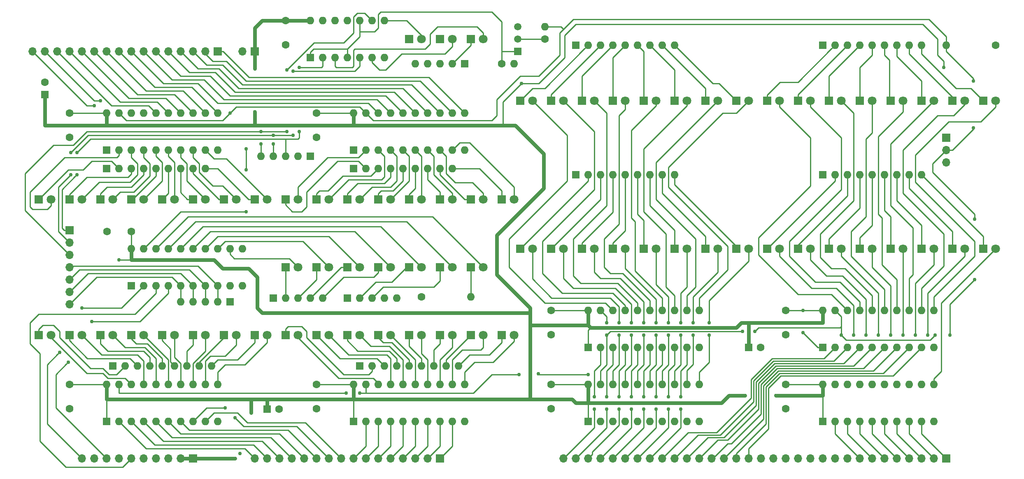
<source format=gtl>
G04 #@! TF.GenerationSoftware,KiCad,Pcbnew,(5.1.5)-3*
G04 #@! TF.CreationDate,2022-12-08T22:02:19-08:00*
G04 #@! TF.ProjectId,cpu_status,6370755f-7374-4617-9475-732e6b696361,rev?*
G04 #@! TF.SameCoordinates,Original*
G04 #@! TF.FileFunction,Copper,L1,Top*
G04 #@! TF.FilePolarity,Positive*
%FSLAX46Y46*%
G04 Gerber Fmt 4.6, Leading zero omitted, Abs format (unit mm)*
G04 Created by KiCad (PCBNEW (5.1.5)-3) date 2022-12-08 22:02:19*
%MOMM*%
%LPD*%
G04 APERTURE LIST*
%ADD10O,1.600000X1.600000*%
%ADD11R,1.600000X1.600000*%
%ADD12C,1.600000*%
%ADD13R,1.500000X1.500000*%
%ADD14C,1.500000*%
%ADD15O,1.700000X1.700000*%
%ADD16R,1.700000X1.700000*%
%ADD17R,1.800000X1.800000*%
%ADD18C,1.800000*%
%ADD19C,0.762000*%
%ADD20C,0.762000*%
%ADD21C,0.254000*%
G04 APERTURE END LIST*
D10*
X73660000Y-101600000D03*
X96520000Y-109220000D03*
X76200000Y-101600000D03*
X93980000Y-109220000D03*
X78740000Y-101600000D03*
X91440000Y-109220000D03*
X81280000Y-101600000D03*
X88900000Y-109220000D03*
X83820000Y-101600000D03*
X86360000Y-109220000D03*
X86360000Y-101600000D03*
X83820000Y-109220000D03*
X88900000Y-101600000D03*
X81280000Y-109220000D03*
X91440000Y-101600000D03*
X78740000Y-109220000D03*
X93980000Y-101600000D03*
X76200000Y-109220000D03*
X96520000Y-101600000D03*
D11*
X73660000Y-109220000D03*
D10*
X110490000Y-54610000D03*
X125730000Y-62230000D03*
X113030000Y-54610000D03*
X123190000Y-62230000D03*
X115570000Y-54610000D03*
X120650000Y-62230000D03*
X118110000Y-54610000D03*
X118110000Y-62230000D03*
X120650000Y-54610000D03*
X115570000Y-62230000D03*
X123190000Y-54610000D03*
X113030000Y-62230000D03*
X125730000Y-54610000D03*
D11*
X110490000Y-62230000D03*
D10*
X215900000Y-129540000D03*
X238760000Y-137160000D03*
X218440000Y-129540000D03*
X236220000Y-137160000D03*
X220980000Y-129540000D03*
X233680000Y-137160000D03*
X223520000Y-129540000D03*
X231140000Y-137160000D03*
X226060000Y-129540000D03*
X228600000Y-137160000D03*
X228600000Y-129540000D03*
X226060000Y-137160000D03*
X231140000Y-129540000D03*
X223520000Y-137160000D03*
X233680000Y-129540000D03*
X220980000Y-137160000D03*
X236220000Y-129540000D03*
X218440000Y-137160000D03*
X238760000Y-129540000D03*
D11*
X215900000Y-137160000D03*
D10*
X167640000Y-129540000D03*
X190500000Y-137160000D03*
X170180000Y-129540000D03*
X187960000Y-137160000D03*
X172720000Y-129540000D03*
X185420000Y-137160000D03*
X175260000Y-129540000D03*
X182880000Y-137160000D03*
X177800000Y-129540000D03*
X180340000Y-137160000D03*
X180340000Y-129540000D03*
X177800000Y-137160000D03*
X182880000Y-129540000D03*
X175260000Y-137160000D03*
X185420000Y-129540000D03*
X172720000Y-137160000D03*
X187960000Y-129540000D03*
X170180000Y-137160000D03*
X190500000Y-129540000D03*
D11*
X167640000Y-137160000D03*
D10*
X215900000Y-114300000D03*
X238760000Y-121920000D03*
X218440000Y-114300000D03*
X236220000Y-121920000D03*
X220980000Y-114300000D03*
X233680000Y-121920000D03*
X223520000Y-114300000D03*
X231140000Y-121920000D03*
X226060000Y-114300000D03*
X228600000Y-121920000D03*
X228600000Y-114300000D03*
X226060000Y-121920000D03*
X231140000Y-114300000D03*
X223520000Y-121920000D03*
X233680000Y-114300000D03*
X220980000Y-121920000D03*
X236220000Y-114300000D03*
X218440000Y-121920000D03*
X238760000Y-114300000D03*
D11*
X215900000Y-121920000D03*
D10*
X167640000Y-114300000D03*
X190500000Y-121920000D03*
X170180000Y-114300000D03*
X187960000Y-121920000D03*
X172720000Y-114300000D03*
X185420000Y-121920000D03*
X175260000Y-114300000D03*
X182880000Y-121920000D03*
X177800000Y-114300000D03*
X180340000Y-121920000D03*
X180340000Y-114300000D03*
X177800000Y-121920000D03*
X182880000Y-114300000D03*
X175260000Y-121920000D03*
X185420000Y-114300000D03*
X172720000Y-121920000D03*
X187960000Y-114300000D03*
X170180000Y-121920000D03*
X190500000Y-114300000D03*
D11*
X167640000Y-121920000D03*
D10*
X119380000Y-73660000D03*
X142240000Y-81280000D03*
X121920000Y-73660000D03*
X139700000Y-81280000D03*
X124460000Y-73660000D03*
X137160000Y-81280000D03*
X127000000Y-73660000D03*
X134620000Y-81280000D03*
X129540000Y-73660000D03*
X132080000Y-81280000D03*
X132080000Y-73660000D03*
X129540000Y-81280000D03*
X134620000Y-73660000D03*
X127000000Y-81280000D03*
X137160000Y-73660000D03*
X124460000Y-81280000D03*
X139700000Y-73660000D03*
X121920000Y-81280000D03*
X142240000Y-73660000D03*
D11*
X119380000Y-81280000D03*
D10*
X68580000Y-73660000D03*
X91440000Y-81280000D03*
X71120000Y-73660000D03*
X88900000Y-81280000D03*
X73660000Y-73660000D03*
X86360000Y-81280000D03*
X76200000Y-73660000D03*
X83820000Y-81280000D03*
X78740000Y-73660000D03*
X81280000Y-81280000D03*
X81280000Y-73660000D03*
X78740000Y-81280000D03*
X83820000Y-73660000D03*
X76200000Y-81280000D03*
X86360000Y-73660000D03*
X73660000Y-81280000D03*
X88900000Y-73660000D03*
X71120000Y-81280000D03*
X91440000Y-73660000D03*
D11*
X68580000Y-81280000D03*
D10*
X119380000Y-129540000D03*
X142240000Y-137160000D03*
X121920000Y-129540000D03*
X139700000Y-137160000D03*
X124460000Y-129540000D03*
X137160000Y-137160000D03*
X127000000Y-129540000D03*
X134620000Y-137160000D03*
X129540000Y-129540000D03*
X132080000Y-137160000D03*
X132080000Y-129540000D03*
X129540000Y-137160000D03*
X134620000Y-129540000D03*
X127000000Y-137160000D03*
X137160000Y-129540000D03*
X124460000Y-137160000D03*
X139700000Y-129540000D03*
X121920000Y-137160000D03*
X142240000Y-129540000D03*
D11*
X119380000Y-137160000D03*
D10*
X68580000Y-129540000D03*
X91440000Y-137160000D03*
X71120000Y-129540000D03*
X88900000Y-137160000D03*
X73660000Y-129540000D03*
X86360000Y-137160000D03*
X76200000Y-129540000D03*
X83820000Y-137160000D03*
X78740000Y-129540000D03*
X81280000Y-137160000D03*
X81280000Y-129540000D03*
X78740000Y-137160000D03*
X83820000Y-129540000D03*
X76200000Y-137160000D03*
X86360000Y-129540000D03*
X73660000Y-137160000D03*
X88900000Y-129540000D03*
X71120000Y-137160000D03*
X91440000Y-129540000D03*
D11*
X68580000Y-137160000D03*
D10*
X143510000Y-111506000D03*
D12*
X133350000Y-111506000D03*
D10*
X113030000Y-111760000D03*
X110490000Y-111760000D03*
X107950000Y-111760000D03*
X105410000Y-111760000D03*
D11*
X102870000Y-111760000D03*
D10*
X132080000Y-63500000D03*
X134620000Y-63500000D03*
X137160000Y-63500000D03*
X139700000Y-63500000D03*
D11*
X142240000Y-63500000D03*
X118110000Y-111760000D03*
D10*
X120650000Y-111760000D03*
X123190000Y-111760000D03*
X125730000Y-111760000D03*
X128270000Y-111760000D03*
X100330000Y-82550000D03*
X102870000Y-82550000D03*
X105410000Y-82550000D03*
X107950000Y-82550000D03*
D11*
X110490000Y-82550000D03*
D10*
X83820000Y-112522000D03*
X86360000Y-112522000D03*
X88900000Y-112522000D03*
X91440000Y-112522000D03*
D11*
X93980000Y-112522000D03*
D13*
X153162000Y-60960000D03*
D14*
X153162000Y-55880000D03*
X153162000Y-58420000D03*
D15*
X60960000Y-113030000D03*
X60960000Y-110490000D03*
X60960000Y-107950000D03*
X60960000Y-105410000D03*
X60960000Y-102870000D03*
X60960000Y-100330000D03*
D16*
X60960000Y-97790000D03*
D12*
X105410000Y-59610000D03*
X105410000Y-54610000D03*
D10*
X152400000Y-63500000D03*
D12*
X149860000Y-63500000D03*
D10*
X158750000Y-55880000D03*
D12*
X158750000Y-58420000D03*
D17*
X130810000Y-58420000D03*
D18*
X133350000Y-58420000D03*
D17*
X137160000Y-58420000D03*
D18*
X139700000Y-58420000D03*
D17*
X143510000Y-58420000D03*
D18*
X146050000Y-58420000D03*
D10*
X241300000Y-59690000D03*
D12*
X251460000Y-59690000D03*
D17*
X143510000Y-105410000D03*
D18*
X146050000Y-105410000D03*
D17*
X137160000Y-105410000D03*
D18*
X139700000Y-105410000D03*
D17*
X130810000Y-105410000D03*
D18*
X133350000Y-105410000D03*
D17*
X124460000Y-105410000D03*
D18*
X127000000Y-105410000D03*
D17*
X118110000Y-105410000D03*
D18*
X120650000Y-105410000D03*
D17*
X111760000Y-105410000D03*
D18*
X114300000Y-105410000D03*
D17*
X105410000Y-105410000D03*
D18*
X107950000Y-105410000D03*
D12*
X68660000Y-98044000D03*
X73660000Y-98044000D03*
D10*
X139700000Y-85090000D03*
X137160000Y-85090000D03*
X134620000Y-85090000D03*
X132080000Y-85090000D03*
X129540000Y-85090000D03*
X127000000Y-85090000D03*
X124460000Y-85090000D03*
X121920000Y-85090000D03*
D11*
X119380000Y-85090000D03*
D17*
X248920000Y-101600000D03*
D18*
X251460000Y-101600000D03*
D17*
X242570000Y-101600000D03*
D18*
X245110000Y-101600000D03*
D17*
X236220000Y-101600000D03*
D18*
X238760000Y-101600000D03*
D17*
X229870000Y-101600000D03*
D18*
X232410000Y-101600000D03*
D17*
X223520000Y-101600000D03*
D18*
X226060000Y-101600000D03*
D17*
X217170000Y-101600000D03*
D18*
X219710000Y-101600000D03*
D17*
X210820000Y-101600000D03*
D18*
X213360000Y-101600000D03*
D17*
X204470000Y-101600000D03*
D18*
X207010000Y-101600000D03*
D17*
X198120000Y-101600000D03*
D18*
X200660000Y-101600000D03*
D17*
X191770000Y-101600000D03*
D18*
X194310000Y-101600000D03*
D17*
X185420000Y-101600000D03*
D18*
X187960000Y-101600000D03*
D17*
X179070000Y-101600000D03*
D18*
X181610000Y-101600000D03*
D17*
X172720000Y-101600000D03*
D18*
X175260000Y-101600000D03*
D17*
X166370000Y-101600000D03*
D18*
X168910000Y-101600000D03*
D17*
X160020000Y-101600000D03*
D18*
X162560000Y-101600000D03*
D17*
X153670000Y-101600000D03*
D18*
X156210000Y-101600000D03*
D17*
X248920000Y-71120000D03*
D18*
X251460000Y-71120000D03*
D17*
X242570000Y-71120000D03*
D18*
X245110000Y-71120000D03*
D17*
X236220000Y-71120000D03*
D18*
X238760000Y-71120000D03*
D17*
X229870000Y-71120000D03*
D18*
X232410000Y-71120000D03*
D17*
X223520000Y-71120000D03*
D18*
X226060000Y-71120000D03*
D17*
X217170000Y-71120000D03*
D18*
X219710000Y-71120000D03*
D17*
X210820000Y-71120000D03*
D18*
X213360000Y-71120000D03*
D17*
X204470000Y-71120000D03*
D18*
X207010000Y-71120000D03*
D17*
X198120000Y-71120000D03*
D18*
X200660000Y-71120000D03*
D17*
X191770000Y-71120000D03*
D18*
X194310000Y-71120000D03*
D17*
X185420000Y-71120000D03*
D18*
X187960000Y-71120000D03*
D17*
X179070000Y-71120000D03*
D18*
X181610000Y-71120000D03*
D17*
X172720000Y-71120000D03*
D18*
X175260000Y-71120000D03*
D17*
X166370000Y-71120000D03*
D18*
X168910000Y-71120000D03*
D17*
X160020000Y-71120000D03*
D18*
X162560000Y-71120000D03*
D17*
X153670000Y-71120000D03*
D18*
X156210000Y-71120000D03*
D17*
X149860000Y-119380000D03*
D18*
X152400000Y-119380000D03*
D17*
X143510000Y-119380000D03*
D18*
X146050000Y-119380000D03*
D17*
X137160000Y-119380000D03*
D18*
X139700000Y-119380000D03*
D17*
X130810000Y-119380000D03*
D18*
X133350000Y-119380000D03*
D17*
X124460000Y-119380000D03*
D18*
X127000000Y-119380000D03*
D17*
X118110000Y-119380000D03*
D18*
X120650000Y-119380000D03*
D17*
X111760000Y-119380000D03*
D18*
X114300000Y-119380000D03*
D17*
X105410000Y-119380000D03*
D18*
X107950000Y-119380000D03*
D17*
X99060000Y-119380000D03*
D18*
X101600000Y-119380000D03*
D17*
X92710000Y-119380000D03*
D18*
X95250000Y-119380000D03*
D17*
X86360000Y-119380000D03*
D18*
X88900000Y-119380000D03*
D17*
X80010000Y-119380000D03*
D18*
X82550000Y-119380000D03*
D17*
X73660000Y-119380000D03*
D18*
X76200000Y-119380000D03*
D17*
X67310000Y-119380000D03*
D18*
X69850000Y-119380000D03*
D17*
X60960000Y-119380000D03*
D18*
X63500000Y-119380000D03*
D17*
X54610000Y-119380000D03*
D18*
X57150000Y-119380000D03*
D17*
X149860000Y-91440000D03*
D18*
X152400000Y-91440000D03*
D17*
X143510000Y-91440000D03*
D18*
X146050000Y-91440000D03*
D17*
X137160000Y-91440000D03*
D18*
X139700000Y-91440000D03*
D17*
X130810000Y-91440000D03*
D18*
X133350000Y-91440000D03*
D17*
X124460000Y-91440000D03*
D18*
X127000000Y-91440000D03*
D17*
X118110000Y-91440000D03*
D18*
X120650000Y-91440000D03*
D17*
X111760000Y-91440000D03*
D18*
X114300000Y-91440000D03*
D17*
X105410000Y-91440000D03*
D18*
X107950000Y-91440000D03*
D17*
X99060000Y-91440000D03*
D18*
X101600000Y-91440000D03*
D17*
X92710000Y-91440000D03*
D18*
X95250000Y-91440000D03*
D17*
X86360000Y-91440000D03*
D18*
X88900000Y-91440000D03*
D17*
X80010000Y-91440000D03*
D18*
X82550000Y-91440000D03*
D17*
X73660000Y-91440000D03*
D18*
X76200000Y-91440000D03*
D17*
X67310000Y-91440000D03*
D18*
X69850000Y-91440000D03*
D17*
X60960000Y-91440000D03*
D18*
X63500000Y-91440000D03*
D17*
X54610000Y-91440000D03*
D18*
X57150000Y-91440000D03*
D15*
X96520000Y-60960000D03*
D16*
X99060000Y-60960000D03*
D15*
X241300000Y-83820000D03*
X241300000Y-81280000D03*
D16*
X241300000Y-78740000D03*
D15*
X162560000Y-144780000D03*
X165100000Y-144780000D03*
X167640000Y-144780000D03*
X170180000Y-144780000D03*
X172720000Y-144780000D03*
X175260000Y-144780000D03*
X177800000Y-144780000D03*
X180340000Y-144780000D03*
X182880000Y-144780000D03*
X185420000Y-144780000D03*
X187960000Y-144780000D03*
X190500000Y-144780000D03*
X193040000Y-144780000D03*
X195580000Y-144780000D03*
X198120000Y-144780000D03*
X200660000Y-144780000D03*
X203200000Y-144780000D03*
X205740000Y-144780000D03*
X208280000Y-144780000D03*
X210820000Y-144780000D03*
X213360000Y-144780000D03*
X215900000Y-144780000D03*
X218440000Y-144780000D03*
X220980000Y-144780000D03*
X223520000Y-144780000D03*
X226060000Y-144780000D03*
X228600000Y-144780000D03*
X231140000Y-144780000D03*
X233680000Y-144780000D03*
X236220000Y-144780000D03*
X238760000Y-144780000D03*
D16*
X241300000Y-144780000D03*
X137160000Y-144780000D03*
D15*
X134620000Y-144780000D03*
X132080000Y-144780000D03*
X129540000Y-144780000D03*
X127000000Y-144780000D03*
X124460000Y-144780000D03*
X121920000Y-144780000D03*
X119380000Y-144780000D03*
X116840000Y-144780000D03*
X114300000Y-144780000D03*
X111760000Y-144780000D03*
X109220000Y-144780000D03*
X106680000Y-144780000D03*
X104140000Y-144780000D03*
X101600000Y-144780000D03*
X99060000Y-144780000D03*
D16*
X86360000Y-144780000D03*
D15*
X83820000Y-144780000D03*
X81280000Y-144780000D03*
X78740000Y-144780000D03*
X76200000Y-144780000D03*
X73660000Y-144780000D03*
X71120000Y-144780000D03*
X68580000Y-144780000D03*
X66040000Y-144780000D03*
X63500000Y-144780000D03*
D10*
X236220000Y-86360000D03*
X233680000Y-86360000D03*
X231140000Y-86360000D03*
X228600000Y-86360000D03*
X226060000Y-86360000D03*
X223520000Y-86360000D03*
X220980000Y-86360000D03*
X218440000Y-86360000D03*
D11*
X215900000Y-86360000D03*
D10*
X185420000Y-86360000D03*
X182880000Y-86360000D03*
X180340000Y-86360000D03*
X177800000Y-86360000D03*
X175260000Y-86360000D03*
X172720000Y-86360000D03*
X170180000Y-86360000D03*
X167640000Y-86360000D03*
D11*
X165100000Y-86360000D03*
D10*
X236220000Y-59690000D03*
X233680000Y-59690000D03*
X231140000Y-59690000D03*
X228600000Y-59690000D03*
X226060000Y-59690000D03*
X223520000Y-59690000D03*
X220980000Y-59690000D03*
X218440000Y-59690000D03*
D11*
X215900000Y-59690000D03*
D10*
X185420000Y-59690000D03*
X182880000Y-59690000D03*
X180340000Y-59690000D03*
X177800000Y-59690000D03*
X175260000Y-59690000D03*
X172720000Y-59690000D03*
X170180000Y-59690000D03*
X167640000Y-59690000D03*
D11*
X165100000Y-59690000D03*
D10*
X140970000Y-125730000D03*
X138430000Y-125730000D03*
X135890000Y-125730000D03*
X133350000Y-125730000D03*
X130810000Y-125730000D03*
X128270000Y-125730000D03*
X125730000Y-125730000D03*
X123190000Y-125730000D03*
D11*
X120650000Y-125730000D03*
D10*
X90170000Y-125730000D03*
X87630000Y-125730000D03*
X85090000Y-125730000D03*
X82550000Y-125730000D03*
X80010000Y-125730000D03*
X77470000Y-125730000D03*
X74930000Y-125730000D03*
X72390000Y-125730000D03*
D11*
X69850000Y-125730000D03*
D10*
X88900000Y-85090000D03*
X86360000Y-85090000D03*
X83820000Y-85090000D03*
X81280000Y-85090000D03*
X78740000Y-85090000D03*
X76200000Y-85090000D03*
X73660000Y-85090000D03*
X71120000Y-85090000D03*
D11*
X68580000Y-85090000D03*
D15*
X53340000Y-60960000D03*
X55880000Y-60960000D03*
X58420000Y-60960000D03*
X60960000Y-60960000D03*
X63500000Y-60960000D03*
X66040000Y-60960000D03*
X68580000Y-60960000D03*
X71120000Y-60960000D03*
X73660000Y-60960000D03*
X76200000Y-60960000D03*
X78740000Y-60960000D03*
X81280000Y-60960000D03*
X83820000Y-60960000D03*
X86360000Y-60960000D03*
X88900000Y-60960000D03*
D16*
X91440000Y-60960000D03*
D12*
X55880000Y-67350000D03*
D11*
X55880000Y-69850000D03*
D12*
X203160000Y-121920000D03*
D11*
X200660000Y-121920000D03*
D12*
X104100000Y-134620000D03*
D11*
X101600000Y-134620000D03*
D12*
X208280000Y-134540000D03*
X208280000Y-129540000D03*
X160020000Y-134540000D03*
X160020000Y-129540000D03*
X208280000Y-119300000D03*
X208280000Y-114300000D03*
X160020000Y-119300000D03*
X160020000Y-114300000D03*
X111760000Y-134540000D03*
X111760000Y-129540000D03*
X60960000Y-134540000D03*
X60960000Y-129540000D03*
X60960000Y-78660000D03*
X60960000Y-73660000D03*
X111760000Y-78660000D03*
X111760000Y-73660000D03*
D19*
X199898000Y-131826000D03*
X198628000Y-131826000D03*
X207518000Y-131826000D03*
X206248000Y-131826000D03*
X99059994Y-63246000D03*
X99060000Y-64516000D03*
X211836000Y-118872000D03*
X211836000Y-114300000D03*
X240792000Y-64262000D03*
X71120000Y-103886000D03*
X94996000Y-144780000D03*
X98298000Y-135382000D03*
X98298000Y-134112000D03*
X96012000Y-143764000D03*
X99060000Y-74676000D03*
X99060000Y-73406000D03*
X153923964Y-67564000D03*
X168910000Y-134620000D03*
X168910000Y-132080000D03*
X171450000Y-132080000D03*
X171450000Y-134620000D03*
X173990000Y-134620000D03*
X173990000Y-132080000D03*
X176530000Y-132080000D03*
X176530000Y-134620000D03*
X179070000Y-134620000D03*
X179070000Y-132080000D03*
X181610000Y-132080000D03*
X181610000Y-134620000D03*
X184150000Y-132080000D03*
X184150000Y-134620000D03*
X186690000Y-132080000D03*
X186690000Y-134620000D03*
X60706002Y-124968000D03*
X65532000Y-116586000D03*
X63500000Y-113792000D03*
X58928000Y-122936000D03*
X94996000Y-136398000D03*
X92964000Y-134366000D03*
X66040000Y-72136000D03*
X67310000Y-71120000D03*
X173990000Y-116840000D03*
X173990000Y-119380000D03*
X176530000Y-119380000D03*
X176530000Y-116840000D03*
X179070000Y-116840000D03*
X179070000Y-119380000D03*
X181610000Y-116840000D03*
X181610000Y-119380000D03*
X184150000Y-116840000D03*
X184150000Y-119380000D03*
X186690000Y-116840000D03*
X186690000Y-119380000D03*
X189230000Y-116840000D03*
X189230000Y-119380000D03*
X192532000Y-119380000D03*
X192532000Y-116840000D03*
X222250000Y-119380000D03*
X224790000Y-119380000D03*
X227330000Y-119380000D03*
X229870000Y-119380000D03*
X232410000Y-119380000D03*
X234950000Y-119380000D03*
X237490000Y-119380000D03*
X171450000Y-119380000D03*
X171450000Y-116840000D03*
X219710000Y-119380000D03*
X239014000Y-119380000D03*
X247142000Y-95504000D03*
X167640000Y-127508000D03*
X153416000Y-127508000D03*
X201930000Y-118618000D03*
X199390000Y-118618000D03*
X247142000Y-107950000D03*
X242062000Y-119379990D03*
X157398244Y-127335756D03*
X120650000Y-131318000D03*
X117856000Y-131317996D03*
X246888000Y-67056000D03*
X93980000Y-73660000D03*
X97282000Y-93980000D03*
X97282000Y-85344000D03*
X97282000Y-81026000D03*
X246888000Y-76708000D03*
X61214000Y-86360000D03*
X61214000Y-86360000D03*
X61214000Y-81788000D03*
X106934000Y-78232000D03*
X106934000Y-65024000D03*
X102870000Y-80010000D03*
X102870000Y-78232000D03*
X105664000Y-77470000D03*
X105664006Y-64770000D03*
X100330000Y-80010000D03*
X100330000Y-77470000D03*
X108204000Y-77470000D03*
X62484000Y-86360000D03*
X62484000Y-81788000D03*
X108204000Y-64262000D03*
D20*
X86360000Y-144780000D02*
X83820000Y-144780000D01*
X198628000Y-131826000D02*
X199898000Y-131826000D01*
X155702000Y-117348000D02*
X166624000Y-117348000D01*
X71120000Y-76200000D02*
X68580000Y-76200000D01*
X68580000Y-76200000D02*
X68580000Y-73660000D01*
X98298000Y-76200000D02*
X71120000Y-76200000D01*
X99060000Y-60960000D02*
X99060000Y-64516000D01*
X152654000Y-76200000D02*
X150114000Y-76200000D01*
X155702000Y-113792000D02*
X148844000Y-106934000D01*
X148844000Y-106934000D02*
X148844000Y-98806000D01*
X158496000Y-82042000D02*
X152654000Y-76200000D01*
X148844000Y-98806000D02*
X158496000Y-89154000D01*
X158496000Y-89154000D02*
X158496000Y-82042000D01*
X166624000Y-117348000D02*
X167640000Y-117348000D01*
X167640000Y-117348000D02*
X167640000Y-114300000D01*
X196596000Y-131826000D02*
X198628000Y-131826000D01*
X195072000Y-133350000D02*
X196596000Y-131826000D01*
D21*
X60960000Y-129540000D02*
X68580000Y-129540000D01*
D20*
X150114000Y-76200000D02*
X119380000Y-76200000D01*
X119380000Y-73660000D02*
X119380000Y-76200000D01*
X119380000Y-76200000D02*
X98298000Y-76200000D01*
X68580000Y-76200000D02*
X55880000Y-76200000D01*
X55880000Y-76200000D02*
X55880000Y-69850000D01*
X167640000Y-129540000D02*
X167640000Y-133350000D01*
X167640000Y-133350000D02*
X195072000Y-133350000D01*
X215900000Y-131826000D02*
X206248000Y-131826000D01*
X215900000Y-129540000D02*
X215900000Y-131826000D01*
D21*
X215900000Y-137160000D02*
X215900000Y-131826000D01*
X208280000Y-129540000D02*
X215900000Y-129540000D01*
X160020000Y-129540000D02*
X167640000Y-129540000D01*
X160020000Y-114300000D02*
X167640000Y-114300000D01*
X60960000Y-73660000D02*
X68580000Y-73660000D01*
X111760000Y-73660000D02*
X119380000Y-73660000D01*
X167640000Y-137160000D02*
X167640000Y-133350000D01*
D20*
X215900000Y-116840000D02*
X215900000Y-114300000D01*
X198120000Y-117856000D02*
X199136000Y-116840000D01*
X167640000Y-117348000D02*
X168148000Y-117856000D01*
X168148000Y-117856000D02*
X198120000Y-117856000D01*
D21*
X167640000Y-118364000D02*
X168148000Y-117856000D01*
X167640000Y-121920000D02*
X167640000Y-118364000D01*
D20*
X200660000Y-121920000D02*
X200660000Y-116840000D01*
X199136000Y-116840000D02*
X200660000Y-116840000D01*
X200660000Y-116840000D02*
X215900000Y-116840000D01*
D21*
X208280000Y-114300000D02*
X211836000Y-114300000D01*
X211836000Y-114300000D02*
X215900000Y-114300000D01*
X214884000Y-121920000D02*
X211836000Y-118872000D01*
X215900000Y-121920000D02*
X214884000Y-121920000D01*
D20*
X165100000Y-133350000D02*
X167640000Y-133350000D01*
X164338000Y-132588000D02*
X165100000Y-133350000D01*
X155702000Y-117348000D02*
X155702000Y-132588000D01*
X155702000Y-132588000D02*
X164338000Y-132588000D01*
X119380000Y-129540000D02*
X119380000Y-132588000D01*
X68580000Y-129540000D02*
X68580000Y-132588000D01*
X101600000Y-134620000D02*
X101600000Y-132588000D01*
D21*
X119380000Y-137160000D02*
X119380000Y-132588000D01*
X111760000Y-129540000D02*
X119380000Y-129540000D01*
D20*
X155702000Y-114808000D02*
X155702000Y-113792000D01*
X155702000Y-117348000D02*
X155702000Y-114808000D01*
X73660000Y-103886000D02*
X73660000Y-101600000D01*
D21*
X71120000Y-103886000D02*
X73660000Y-103886000D01*
D20*
X90678000Y-103886000D02*
X74930000Y-103886000D01*
X74930000Y-103886000D02*
X73660000Y-103886000D01*
X100584000Y-114808000D02*
X99568000Y-113792000D01*
X99568000Y-113792000D02*
X99568000Y-107442000D01*
X155702000Y-114808000D02*
X100584000Y-114808000D01*
X99568000Y-107442000D02*
X97790000Y-105664000D01*
X92456000Y-105664000D02*
X90678000Y-103886000D01*
X97790000Y-105664000D02*
X92456000Y-105664000D01*
X86360000Y-144780000D02*
X94996000Y-144780000D01*
X98298000Y-135382000D02*
X98298000Y-134112000D01*
X155702000Y-132588000D02*
X98298000Y-132588000D01*
X98298000Y-132588000D02*
X68580000Y-132588000D01*
X98298000Y-134112000D02*
X98298000Y-132588000D01*
D21*
X68580000Y-137160000D02*
X68580000Y-132588000D01*
D20*
X99060000Y-76200000D02*
X99060000Y-73406000D01*
X100584000Y-54610000D02*
X110490000Y-54610000D01*
X99060000Y-60960000D02*
X99060000Y-56134000D01*
X99060000Y-56134000D02*
X100584000Y-54610000D01*
D21*
X239522000Y-61722000D02*
X240792000Y-62992000D01*
X239522000Y-58420000D02*
X239522000Y-61722000D01*
X165100000Y-55372000D02*
X236474000Y-55372000D01*
X162814000Y-57658000D02*
X165100000Y-55372000D01*
X236474000Y-55372000D02*
X239522000Y-58420000D01*
X150114000Y-71374000D02*
X153924000Y-67564000D01*
X150114000Y-76200000D02*
X150114000Y-71374000D01*
X240792000Y-62992000D02*
X240792000Y-64262000D01*
X153924000Y-67564000D02*
X157480000Y-67564000D01*
X162814000Y-62230000D02*
X162814000Y-57658000D01*
X157480000Y-67564000D02*
X162814000Y-62230000D01*
X73660000Y-101600000D02*
X73660000Y-97790000D01*
X57150000Y-92710000D02*
X57150000Y-91440000D01*
X56388000Y-93472000D02*
X57150000Y-92710000D01*
X52832000Y-89916000D02*
X52832000Y-92964000D01*
X52832000Y-92964000D02*
X53340000Y-93472000D01*
X71120000Y-82411370D02*
X70727370Y-82804000D01*
X71120000Y-81280000D02*
X71120000Y-82411370D01*
X70727370Y-82804000D02*
X59944000Y-82804000D01*
X53340000Y-93472000D02*
X56388000Y-93472000D01*
X59944000Y-82804000D02*
X52832000Y-89916000D01*
X69596000Y-83566000D02*
X71120000Y-85090000D01*
X65532000Y-83566000D02*
X69596000Y-83566000D01*
X54610000Y-91440000D02*
X60706000Y-85344000D01*
X63754000Y-85344000D02*
X65532000Y-83566000D01*
X60706000Y-85344000D02*
X63754000Y-85344000D01*
X66548000Y-88392000D02*
X63500000Y-91440000D01*
X67056000Y-87884000D02*
X66548000Y-88392000D01*
X73660000Y-82804000D02*
X74930000Y-84074000D01*
X73660000Y-81280000D02*
X73660000Y-82804000D01*
X74930000Y-84074000D02*
X74930000Y-86360000D01*
X73406000Y-87884000D02*
X67056000Y-87884000D01*
X74930000Y-86360000D02*
X73406000Y-87884000D01*
X60960000Y-90424000D02*
X60960000Y-91440000D01*
X64516000Y-86868000D02*
X60960000Y-90424000D01*
X73013370Y-86868000D02*
X64516000Y-86868000D01*
X73660000Y-85090000D02*
X73660000Y-86221370D01*
X73660000Y-86221370D02*
X73013370Y-86868000D01*
X71374000Y-89916000D02*
X69850000Y-91440000D01*
X76200000Y-82804000D02*
X77470000Y-84074000D01*
X76200000Y-81280000D02*
X76200000Y-82804000D01*
X77470000Y-84074000D02*
X77470000Y-86614000D01*
X77470000Y-86614000D02*
X74168000Y-89916000D01*
X74168000Y-89916000D02*
X71374000Y-89916000D01*
X67310000Y-90286000D02*
X67310000Y-91440000D01*
X73660000Y-88900000D02*
X68696000Y-88900000D01*
X76200000Y-85090000D02*
X76200000Y-86360000D01*
X68696000Y-88900000D02*
X67310000Y-90286000D01*
X76200000Y-86360000D02*
X73660000Y-88900000D01*
X80010000Y-87630000D02*
X76200000Y-91440000D01*
X78740000Y-81280000D02*
X78740000Y-82550000D01*
X80010000Y-83820000D02*
X80010000Y-87630000D01*
X78740000Y-82550000D02*
X80010000Y-83820000D01*
X73914000Y-91440000D02*
X73660000Y-91440000D01*
X78740000Y-85090000D02*
X78740000Y-86614000D01*
X78740000Y-86614000D02*
X73914000Y-91440000D01*
X81280000Y-82550000D02*
X81280000Y-81280000D01*
X82550000Y-91440000D02*
X82550000Y-83820000D01*
X82550000Y-83820000D02*
X81280000Y-82550000D01*
X81280000Y-90170000D02*
X81280000Y-85090000D01*
X80010000Y-91440000D02*
X81280000Y-90170000D01*
X83820000Y-82804000D02*
X83820000Y-81280000D01*
X85090000Y-84074000D02*
X83820000Y-82804000D01*
X88900000Y-91440000D02*
X85090000Y-87630000D01*
X85090000Y-87630000D02*
X85090000Y-84074000D01*
X83820000Y-90054000D02*
X85206000Y-91440000D01*
X83820000Y-85090000D02*
X83820000Y-90054000D01*
X85206000Y-91440000D02*
X86360000Y-91440000D01*
X92456000Y-88646000D02*
X95250000Y-91440000D01*
X86360000Y-82804000D02*
X87630000Y-84074000D01*
X86360000Y-81280000D02*
X86360000Y-82804000D01*
X87630000Y-85852000D02*
X90424000Y-88646000D01*
X87630000Y-84074000D02*
X87630000Y-85852000D01*
X90424000Y-88646000D02*
X92456000Y-88646000D01*
X91694000Y-91440000D02*
X92710000Y-91440000D01*
X86360000Y-85090000D02*
X86360000Y-86106000D01*
X86360000Y-86106000D02*
X91694000Y-91440000D01*
X93218000Y-83058000D02*
X100700001Y-90540001D01*
X100700001Y-90540001D02*
X101600000Y-91440000D01*
X88900000Y-81280000D02*
X90678000Y-83058000D01*
X90678000Y-83058000D02*
X93218000Y-83058000D01*
X88900000Y-85090000D02*
X91440000Y-85090000D01*
X97790000Y-91440000D02*
X99060000Y-91440000D01*
X91440000Y-85090000D02*
X97790000Y-91440000D01*
X114046000Y-82804000D02*
X120396000Y-82804000D01*
X120396000Y-82804000D02*
X121920000Y-81280000D01*
X107950000Y-91440000D02*
X107950000Y-88900000D01*
X107950000Y-88900000D02*
X114046000Y-82804000D01*
X105410000Y-92594000D02*
X105410000Y-91440000D01*
X106796000Y-93980000D02*
X105410000Y-92594000D01*
X108712000Y-93980000D02*
X106796000Y-93980000D01*
X121920000Y-85090000D02*
X120396000Y-83566000D01*
X120396000Y-83566000D02*
X116078000Y-83566000D01*
X116078000Y-83566000D02*
X109728000Y-89916000D01*
X109728000Y-92964000D02*
X108712000Y-93980000D01*
X109728000Y-89916000D02*
X109728000Y-92964000D01*
X118364000Y-87376000D02*
X114300000Y-91440000D01*
X125190002Y-87376000D02*
X118364000Y-87376000D01*
X125730000Y-86836002D02*
X125730000Y-82550000D01*
X125190002Y-87376000D02*
X125730000Y-86836002D01*
X124460000Y-81280000D02*
X125730000Y-82550000D01*
X111760000Y-90286000D02*
X111760000Y-91440000D01*
X122936000Y-86614000D02*
X117228066Y-86614000D01*
X124460000Y-85090000D02*
X122936000Y-86614000D01*
X117228066Y-86614000D02*
X114180066Y-89662000D01*
X112384000Y-89662000D02*
X111760000Y-90286000D01*
X114180066Y-89662000D02*
X112384000Y-89662000D01*
X128270000Y-86360000D02*
X128270000Y-87630000D01*
X123190000Y-88900000D02*
X120650000Y-91440000D01*
X127000000Y-88900000D02*
X123190000Y-88900000D01*
X128270000Y-87630000D02*
X127000000Y-88900000D01*
X128270000Y-82550000D02*
X128270000Y-86360000D01*
X127000000Y-81280000D02*
X128270000Y-82550000D01*
X118110000Y-90286000D02*
X118110000Y-91440000D01*
X120258000Y-88138000D02*
X118110000Y-90286000D01*
X127000000Y-86868000D02*
X125730000Y-88138000D01*
X125730000Y-88138000D02*
X120258000Y-88138000D01*
X127000000Y-86868000D02*
X127000000Y-85090000D01*
X130810000Y-87630000D02*
X127000000Y-91440000D01*
X129540000Y-81280000D02*
X130810000Y-82550000D01*
X130810000Y-82550000D02*
X130810000Y-87630000D01*
X124460000Y-90286000D02*
X124460000Y-91440000D01*
X125084000Y-89662000D02*
X124460000Y-90286000D01*
X129540000Y-85090000D02*
X129540000Y-87630000D01*
X127508000Y-89662000D02*
X125084000Y-89662000D01*
X129540000Y-87630000D02*
X127508000Y-89662000D01*
X133350000Y-89916000D02*
X133350000Y-91440000D01*
X133350000Y-82550000D02*
X133350000Y-89916000D01*
X132080000Y-81280000D02*
X133350000Y-82550000D01*
X130810000Y-90424000D02*
X130810000Y-91440000D01*
X132080000Y-85090000D02*
X132080000Y-89154000D01*
X132080000Y-89154000D02*
X130810000Y-90424000D01*
X139700000Y-90170000D02*
X139700000Y-91440000D01*
X135890000Y-86360000D02*
X139700000Y-90170000D01*
X134620000Y-81280000D02*
X135890000Y-82550000D01*
X135890000Y-82550000D02*
X135890000Y-86360000D01*
X137160000Y-89916000D02*
X137160000Y-91440000D01*
X134620000Y-85090000D02*
X134620000Y-87376000D01*
X134620000Y-87376000D02*
X137160000Y-89916000D01*
X143880001Y-88000001D02*
X146050000Y-90170000D01*
X146050000Y-90170000D02*
X146050000Y-91440000D01*
X138430000Y-86106000D02*
X140324001Y-88000001D01*
X140324001Y-88000001D02*
X143880001Y-88000001D01*
X138430000Y-82550000D02*
X138430000Y-86106000D01*
X137160000Y-81280000D02*
X138430000Y-82550000D01*
X137160000Y-86360000D02*
X137160000Y-85090000D01*
X143510000Y-91440000D02*
X142240000Y-91440000D01*
X142240000Y-91440000D02*
X137160000Y-86360000D01*
X152400000Y-88900000D02*
X152400000Y-91440000D01*
X143256000Y-79756000D02*
X152400000Y-88900000D01*
X139700000Y-81280000D02*
X141224000Y-79756000D01*
X141224000Y-79756000D02*
X143256000Y-79756000D01*
X139700000Y-85090000D02*
X145288000Y-85090000D01*
X149860000Y-89662000D02*
X149860000Y-91440000D01*
X145288000Y-85090000D02*
X149860000Y-89662000D01*
X72390000Y-128270000D02*
X70104000Y-128270000D01*
X73660000Y-129540000D02*
X72390000Y-128270000D01*
X68834000Y-128270000D02*
X70358000Y-128270000D01*
X67818000Y-127254000D02*
X68834000Y-128270000D01*
X64516000Y-127254000D02*
X67818000Y-127254000D01*
X57150000Y-119380000D02*
X57150000Y-119888000D01*
X57150000Y-119888000D02*
X64516000Y-127254000D01*
X54610000Y-118226000D02*
X54610000Y-119380000D01*
X55488000Y-117348000D02*
X54610000Y-118226000D01*
X57658000Y-117348000D02*
X55488000Y-117348000D01*
X58928000Y-118618000D02*
X57658000Y-117348000D01*
X70612000Y-127508000D02*
X69088000Y-127508000D01*
X69088000Y-127508000D02*
X67818000Y-126238000D01*
X72390000Y-125730000D02*
X70612000Y-127508000D01*
X58928000Y-119888000D02*
X58928000Y-118618000D01*
X67818000Y-126238000D02*
X65278000Y-126238000D01*
X65278000Y-126238000D02*
X58928000Y-119888000D01*
X67564000Y-123444000D02*
X63500000Y-119380000D01*
X74930000Y-123444000D02*
X67564000Y-123444000D01*
X76200000Y-129540000D02*
X76200000Y-124714000D01*
X76200000Y-124714000D02*
X74930000Y-123444000D01*
X60960000Y-120534000D02*
X60960000Y-119380000D01*
X64632000Y-124206000D02*
X60960000Y-120534000D01*
X74930000Y-125730000D02*
X73406000Y-124206000D01*
X73406000Y-124206000D02*
X64632000Y-124206000D01*
X72390000Y-121920000D02*
X69850000Y-119380000D01*
X76454000Y-121920000D02*
X72390000Y-121920000D01*
X78740000Y-129540000D02*
X78740000Y-124206000D01*
X78740000Y-124206000D02*
X76454000Y-121920000D01*
X67310000Y-121158000D02*
X67310000Y-119380000D01*
X68834000Y-122682000D02*
X67310000Y-121158000D01*
X77470000Y-125730000D02*
X77470000Y-123952000D01*
X76200000Y-122682000D02*
X68834000Y-122682000D01*
X77470000Y-123952000D02*
X76200000Y-122682000D01*
X81280000Y-124460000D02*
X81280000Y-129540000D01*
X76200000Y-119380000D02*
X81280000Y-124460000D01*
X80010000Y-125984000D02*
X80010000Y-125730000D01*
X73660000Y-120142000D02*
X74676000Y-121158000D01*
X73660000Y-119380000D02*
X73660000Y-120142000D01*
X74676000Y-121158000D02*
X76962000Y-121158000D01*
X76962000Y-121158000D02*
X80010000Y-124206000D01*
X80010000Y-124206000D02*
X80010000Y-125984000D01*
X83820000Y-127000000D02*
X83820000Y-129540000D01*
X83820000Y-125222000D02*
X83820000Y-127000000D01*
X82550000Y-119380000D02*
X82550000Y-123952000D01*
X82550000Y-123952000D02*
X83820000Y-125222000D01*
X81750001Y-122274001D02*
X80010000Y-120534000D01*
X82550000Y-125730000D02*
X81750001Y-124930001D01*
X81750001Y-124930001D02*
X81750001Y-122274001D01*
X80010000Y-120534000D02*
X80010000Y-119380000D01*
X86360000Y-125222000D02*
X88900000Y-122682000D01*
X86360000Y-127000000D02*
X86360000Y-125222000D01*
X88900000Y-122682000D02*
X88900000Y-119380000D01*
X86360000Y-127000000D02*
X86360000Y-129540000D01*
X85090000Y-125730000D02*
X85090000Y-122682000D01*
X85090000Y-122682000D02*
X86360000Y-121412000D01*
X86360000Y-121412000D02*
X86360000Y-119380000D01*
X95250000Y-121412000D02*
X95250000Y-119380000D01*
X92964000Y-123698000D02*
X95250000Y-121412000D01*
X89916000Y-123698000D02*
X92964000Y-123698000D01*
X88900000Y-129540000D02*
X88900000Y-124714000D01*
X88900000Y-124714000D02*
X89916000Y-123698000D01*
X87630000Y-125730000D02*
X87630000Y-124968000D01*
X87630000Y-124968000D02*
X91186000Y-121412000D01*
X91186000Y-121412000D02*
X92710000Y-119888000D01*
X92710000Y-119888000D02*
X92710000Y-119380000D01*
X97028000Y-125476000D02*
X101600000Y-120904000D01*
X101600000Y-120904000D02*
X101600000Y-119380000D01*
X91440000Y-129540000D02*
X91440000Y-127000000D01*
X92964000Y-125476000D02*
X97028000Y-125476000D01*
X91440000Y-127000000D02*
X92964000Y-125476000D01*
X99060000Y-120904000D02*
X99060000Y-119380000D01*
X95504000Y-124460000D02*
X99060000Y-120904000D01*
X90170000Y-125730000D02*
X91440000Y-124460000D01*
X91440000Y-124460000D02*
X95504000Y-124460000D01*
X107950000Y-119888000D02*
X107950000Y-119380000D01*
X124460000Y-129286000D02*
X123444000Y-128270000D01*
X116332000Y-128270000D02*
X107950000Y-119888000D01*
X123444000Y-128270000D02*
X116332000Y-128270000D01*
X122543370Y-127508000D02*
X123190000Y-126861370D01*
X117348000Y-127508000D02*
X122543370Y-127508000D01*
X109728000Y-119888000D02*
X117348000Y-127508000D01*
X123190000Y-126861370D02*
X123190000Y-125730000D01*
X105410000Y-118162056D02*
X105970056Y-117602000D01*
X109728000Y-118618000D02*
X109728000Y-119888000D01*
X105410000Y-119380000D02*
X105410000Y-118162056D01*
X105970056Y-117602000D02*
X108712000Y-117602000D01*
X108712000Y-117602000D02*
X109728000Y-118618000D01*
X118364000Y-123444000D02*
X114300000Y-119380000D01*
X126238000Y-123444000D02*
X118364000Y-123444000D01*
X127000000Y-129540000D02*
X127000000Y-124206000D01*
X127000000Y-124206000D02*
X126238000Y-123444000D01*
X116586000Y-124206000D02*
X111760000Y-119380000D01*
X125730000Y-125730000D02*
X124206000Y-124206000D01*
X124206000Y-124206000D02*
X116586000Y-124206000D01*
X122936000Y-121666000D02*
X120650000Y-119380000D01*
X126746000Y-121666000D02*
X122936000Y-121666000D01*
X129540000Y-129540000D02*
X129540000Y-124460000D01*
X129540000Y-124460000D02*
X126746000Y-121666000D01*
X128270000Y-124206000D02*
X128270000Y-125730000D01*
X126746000Y-122682000D02*
X128270000Y-124206000D01*
X120258000Y-122682000D02*
X126746000Y-122682000D01*
X118110000Y-119380000D02*
X118110000Y-120534000D01*
X118110000Y-120534000D02*
X120258000Y-122682000D01*
X132080000Y-127000000D02*
X132080000Y-129540000D01*
X127000000Y-119380000D02*
X132080000Y-124460000D01*
X132080000Y-124460000D02*
X132080000Y-127000000D01*
X124460000Y-119888000D02*
X124460000Y-119380000D01*
X125476000Y-120904000D02*
X124460000Y-119888000D01*
X130810000Y-125730000D02*
X130810000Y-124460000D01*
X127254000Y-120904000D02*
X125476000Y-120904000D01*
X130810000Y-124460000D02*
X127254000Y-120904000D01*
X133350000Y-119380000D02*
X133350000Y-123190000D01*
X134620000Y-124460000D02*
X134620000Y-127000000D01*
X133350000Y-123190000D02*
X134620000Y-124460000D01*
X134620000Y-127000000D02*
X134620000Y-129540000D01*
X133350000Y-125730000D02*
X133350000Y-124598630D01*
X133350000Y-124598630D02*
X133350000Y-124206000D01*
X133350000Y-124206000D02*
X130810000Y-121666000D01*
X130810000Y-121666000D02*
X130810000Y-119380000D01*
X137160000Y-127000000D02*
X137160000Y-124460000D01*
X139700000Y-121920000D02*
X139700000Y-119380000D01*
X137160000Y-124460000D02*
X139700000Y-121920000D01*
X137160000Y-127000000D02*
X137160000Y-129540000D01*
X137160000Y-119380000D02*
X136906000Y-119380000D01*
X136906000Y-119380000D02*
X137414000Y-119380000D01*
X135890000Y-125730000D02*
X135890000Y-122428000D01*
X137160000Y-121158000D02*
X137160000Y-119888000D01*
X135890000Y-122428000D02*
X137160000Y-121158000D01*
X137160000Y-119888000D02*
X137160000Y-119126000D01*
X146050000Y-121920000D02*
X146050000Y-119380000D01*
X141732000Y-122428000D02*
X145542000Y-122428000D01*
X139700000Y-129286000D02*
X139700000Y-124460000D01*
X145542000Y-122428000D02*
X146050000Y-121920000D01*
X139700000Y-124460000D02*
X141732000Y-122428000D01*
X139192000Y-123698000D02*
X143510000Y-119380000D01*
X138430000Y-125730000D02*
X138430000Y-124460000D01*
X138430000Y-124460000D02*
X139192000Y-123698000D01*
X152400000Y-120650000D02*
X152400000Y-119380000D01*
X148082000Y-124968000D02*
X152400000Y-120650000D01*
X142240000Y-127000000D02*
X144272000Y-124968000D01*
X144272000Y-124968000D02*
X148082000Y-124968000D01*
X142240000Y-127000000D02*
X142240000Y-129540000D01*
X149860000Y-120904000D02*
X149860000Y-119380000D01*
X140970000Y-125730000D02*
X143256000Y-123444000D01*
X147320000Y-123444000D02*
X149860000Y-120904000D01*
X143256000Y-123444000D02*
X147320000Y-123444000D01*
X170180000Y-125476000D02*
X170180000Y-121920000D01*
X162560000Y-144780000D02*
X168910000Y-138430000D01*
X168910000Y-126746000D02*
X170180000Y-125476000D01*
X168910000Y-138430000D02*
X168910000Y-134620000D01*
X168910000Y-132080000D02*
X168910000Y-126746000D01*
X171450000Y-126746000D02*
X172720000Y-125476000D01*
X172720000Y-125476000D02*
X172720000Y-121920000D01*
X165100000Y-144780000D02*
X171450000Y-138430000D01*
X171450000Y-138430000D02*
X171450000Y-134620000D01*
X171450000Y-132080000D02*
X171450000Y-126746000D01*
X175260000Y-122682000D02*
X175260000Y-121920000D01*
X175260000Y-125476000D02*
X175260000Y-122682000D01*
X168489999Y-143930001D02*
X168489999Y-143422001D01*
X167640000Y-144780000D02*
X168489999Y-143930001D01*
X173990000Y-137922000D02*
X173990000Y-134620000D01*
X173990000Y-126746000D02*
X175260000Y-125476000D01*
X168489999Y-143422001D02*
X173990000Y-137922000D01*
X173990000Y-132080000D02*
X173990000Y-126746000D01*
X170180000Y-144780000D02*
X176530000Y-138430000D01*
X176530000Y-138430000D02*
X176530000Y-134620000D01*
X176530000Y-128524000D02*
X176530000Y-126746000D01*
X176530000Y-126746000D02*
X177800000Y-125476000D01*
X177800000Y-125476000D02*
X177800000Y-121920000D01*
X176530000Y-132080000D02*
X176530000Y-128524000D01*
X180340000Y-125476000D02*
X180340000Y-121920000D01*
X179070000Y-126746000D02*
X180340000Y-125476000D01*
X172720000Y-144780000D02*
X179070000Y-138430000D01*
X179070000Y-138430000D02*
X179070000Y-134620000D01*
X179070000Y-132080000D02*
X179070000Y-126746000D01*
X175260000Y-144780000D02*
X181610000Y-138430000D01*
X181610000Y-138430000D02*
X181610000Y-134620000D01*
X181610000Y-130048000D02*
X181610000Y-126746000D01*
X181610000Y-126746000D02*
X182880000Y-125476000D01*
X182880000Y-125476000D02*
X182880000Y-121920000D01*
X181610000Y-132080000D02*
X181610000Y-130048000D01*
X185420000Y-125476000D02*
X185420000Y-121920000D01*
X184150000Y-126746000D02*
X185420000Y-125476000D01*
X177800000Y-144780000D02*
X184150000Y-138430000D01*
X184150000Y-138430000D02*
X184150000Y-134620000D01*
X184150000Y-132080000D02*
X184150000Y-126746000D01*
X187960000Y-125476000D02*
X187960000Y-123051370D01*
X186690000Y-126746000D02*
X187960000Y-125476000D01*
X180340000Y-144780000D02*
X186690000Y-138430000D01*
X187960000Y-123051370D02*
X187960000Y-121920000D01*
X186690000Y-138430000D02*
X186690000Y-134620000D01*
X186690000Y-132080000D02*
X186690000Y-126746000D01*
X205486000Y-124206000D02*
X216154000Y-124206000D01*
X188214000Y-139446000D02*
X194056000Y-139446000D01*
X201168000Y-128524000D02*
X205486000Y-124206000D01*
X182880000Y-144780000D02*
X188214000Y-139446000D01*
X194056000Y-139446000D02*
X201168000Y-132334000D01*
X216154000Y-124206000D02*
X218440000Y-121920000D01*
X201168000Y-132334000D02*
X201168000Y-128524000D01*
X218186000Y-124714000D02*
X219202000Y-123698000D01*
X205740000Y-124714000D02*
X218186000Y-124714000D01*
X185420000Y-144780000D02*
X190246000Y-139954000D01*
X194818000Y-139954000D02*
X201676000Y-133096000D01*
X219202000Y-123698000D02*
X220980000Y-121920000D01*
X190246000Y-139954000D02*
X194818000Y-139954000D01*
X201676000Y-133096000D02*
X201676000Y-128778000D01*
X201676000Y-128778000D02*
X205740000Y-124714000D01*
X220218000Y-125222000D02*
X223520000Y-121920000D01*
X205994000Y-125222000D02*
X220218000Y-125222000D01*
X192278000Y-140462000D02*
X195580000Y-140462000D01*
X187960000Y-144780000D02*
X192278000Y-140462000D01*
X195580000Y-140462000D02*
X202184000Y-133858000D01*
X202184000Y-133858000D02*
X202184000Y-129032000D01*
X202184000Y-129032000D02*
X205994000Y-125222000D01*
X226060000Y-121977685D02*
X226060000Y-121920000D01*
X222307685Y-125730000D02*
X226060000Y-121977685D01*
X194310000Y-140970000D02*
X196342000Y-140970000D01*
X190500000Y-144780000D02*
X194310000Y-140970000D01*
X202692000Y-134620000D02*
X202692000Y-129286000D01*
X196342000Y-140970000D02*
X202692000Y-134620000D01*
X206248000Y-125730000D02*
X222307685Y-125730000D01*
X202692000Y-129286000D02*
X206248000Y-125730000D01*
X193294000Y-144780000D02*
X193040000Y-144780000D01*
X196342000Y-141732000D02*
X193294000Y-144780000D01*
X197104000Y-141732000D02*
X196342000Y-141732000D01*
X206502000Y-126238000D02*
X203200000Y-129540000D01*
X228600000Y-121920000D02*
X224282000Y-126238000D01*
X224282000Y-126238000D02*
X206502000Y-126238000D01*
X203200000Y-135636000D02*
X197104000Y-141732000D01*
X203200000Y-129540000D02*
X203200000Y-135636000D01*
X198374000Y-141986000D02*
X195580000Y-144780000D01*
X226314000Y-126746000D02*
X206756000Y-126746000D01*
X206756000Y-126746000D02*
X203708000Y-129794000D01*
X231140000Y-121920000D02*
X226314000Y-126746000D01*
X203708000Y-129794000D02*
X203708000Y-136652000D01*
X203708000Y-136652000D02*
X198374000Y-141986000D01*
X228346000Y-127254000D02*
X233680000Y-121920000D01*
X198120000Y-143764000D02*
X204216000Y-137668000D01*
X204216000Y-137668000D02*
X204216000Y-130048000D01*
X198120000Y-144780000D02*
X198120000Y-143764000D01*
X207010000Y-127254000D02*
X228346000Y-127254000D01*
X204216000Y-130048000D02*
X207010000Y-127254000D01*
X230378000Y-127762000D02*
X207264000Y-127762000D01*
X200660000Y-142748000D02*
X200660000Y-144780000D01*
X207264000Y-127762000D02*
X204724000Y-130302000D01*
X204724000Y-130302000D02*
X204724000Y-138684000D01*
X236220000Y-121920000D02*
X230378000Y-127762000D01*
X204724000Y-138684000D02*
X200660000Y-142748000D01*
X223520000Y-144780000D02*
X218440000Y-139700000D01*
X218440000Y-139700000D02*
X218440000Y-137160000D01*
X220980000Y-137160000D02*
X220980000Y-139700000D01*
X220980000Y-139700000D02*
X226060000Y-144780000D01*
X223520000Y-137160000D02*
X223520000Y-139700000D01*
X223520000Y-139700000D02*
X228600000Y-144780000D01*
X226060000Y-137160000D02*
X226060000Y-139700000D01*
X226060000Y-139700000D02*
X231140000Y-144780000D01*
X228600000Y-137160000D02*
X228600000Y-139700000D01*
X228600000Y-139700000D02*
X233680000Y-144780000D01*
X231140000Y-137160000D02*
X231140000Y-139700000D01*
X231140000Y-139700000D02*
X236220000Y-144780000D01*
X233680000Y-137160000D02*
X233680000Y-139700000D01*
X233680000Y-139700000D02*
X238760000Y-144780000D01*
X236220000Y-139700000D02*
X236220000Y-137160000D01*
X241300000Y-144780000D02*
X236220000Y-139700000D01*
X74422000Y-115062000D02*
X78740000Y-110744000D01*
X54610000Y-115062000D02*
X74422000Y-115062000D01*
X52832000Y-116840000D02*
X54610000Y-115062000D01*
X52832000Y-121158000D02*
X52832000Y-116840000D01*
X71882000Y-146558000D02*
X60198000Y-146558000D01*
X78740000Y-110744000D02*
X78740000Y-109220000D01*
X73660000Y-144780000D02*
X71882000Y-146558000D01*
X54864000Y-141224000D02*
X54864000Y-123190000D01*
X60198000Y-146558000D02*
X54864000Y-141224000D01*
X54864000Y-123190000D02*
X52832000Y-121158000D01*
X60325003Y-125348999D02*
X60706002Y-124968000D01*
X58166000Y-127508002D02*
X60325003Y-125348999D01*
X68580000Y-144780000D02*
X58166000Y-134366000D01*
X58166000Y-134366000D02*
X58166000Y-127508002D01*
X81280000Y-110744000D02*
X81280000Y-109220000D01*
X65532000Y-116586000D02*
X75438000Y-116586000D01*
X75438000Y-116586000D02*
X81280000Y-110744000D01*
X64038815Y-113792000D02*
X63500000Y-113792000D01*
X71628000Y-113792000D02*
X64038815Y-113792000D01*
X76200000Y-109220000D02*
X71628000Y-113792000D01*
X63500000Y-144780000D02*
X56388000Y-137668000D01*
X58547001Y-123316999D02*
X58928000Y-122936000D01*
X56388000Y-137668000D02*
X56388000Y-125476000D01*
X56388000Y-125476000D02*
X58547001Y-123316999D01*
X139700000Y-142240000D02*
X139700000Y-137160000D01*
X137160000Y-144780000D02*
X139700000Y-142240000D01*
X137160000Y-142240000D02*
X137160000Y-137160000D01*
X134620000Y-144780000D02*
X137160000Y-142240000D01*
X134620000Y-142240000D02*
X132080000Y-144780000D01*
X134620000Y-137160000D02*
X134620000Y-142240000D01*
X132080000Y-142240000D02*
X132080000Y-137160000D01*
X129540000Y-144780000D02*
X132080000Y-142240000D01*
X129540000Y-142240000D02*
X129540000Y-137160000D01*
X127000000Y-144780000D02*
X129540000Y-142240000D01*
X127000000Y-142240000D02*
X124460000Y-144780000D01*
X127000000Y-137160000D02*
X127000000Y-142240000D01*
X121920000Y-144780000D02*
X124460000Y-142240000D01*
X124460000Y-137160000D02*
X124460000Y-136906000D01*
X124460000Y-142240000D02*
X124460000Y-137160000D01*
X121920000Y-142240000D02*
X121920000Y-137160000D01*
X119380000Y-144780000D02*
X121920000Y-142240000D01*
X109474000Y-137414000D02*
X116840000Y-144780000D01*
X97536000Y-137414000D02*
X109474000Y-137414000D01*
X95504000Y-135382000D02*
X97536000Y-137414000D01*
X88900000Y-137160000D02*
X90678000Y-135382000D01*
X90678000Y-135382000D02*
X95504000Y-135382000D01*
X107696000Y-138176000D02*
X96774000Y-138176000D01*
X95376999Y-136778999D02*
X94996000Y-136398000D01*
X96774000Y-138176000D02*
X95376999Y-136778999D01*
X114300000Y-144780000D02*
X107696000Y-138176000D01*
X86360000Y-137160000D02*
X89154000Y-134366000D01*
X89154000Y-134366000D02*
X92964000Y-134366000D01*
X105918000Y-138938000D02*
X111760000Y-144780000D01*
X83820000Y-137160000D02*
X85598000Y-138938000D01*
X85598000Y-138938000D02*
X105918000Y-138938000D01*
X83820000Y-139700000D02*
X81280000Y-137160000D01*
X109220000Y-144780000D02*
X104140000Y-139700000D01*
X104140000Y-139700000D02*
X83820000Y-139700000D01*
X102362000Y-140462000D02*
X106680000Y-144780000D01*
X78740000Y-137160000D02*
X82042000Y-140462000D01*
X82042000Y-140462000D02*
X102362000Y-140462000D01*
X80264000Y-141224000D02*
X76200000Y-137160000D01*
X104140000Y-144780000D02*
X100584000Y-141224000D01*
X100584000Y-141224000D02*
X80264000Y-141224000D01*
X98806000Y-141986000D02*
X101600000Y-144780000D01*
X73660000Y-137160000D02*
X78486000Y-141986000D01*
X78486000Y-141986000D02*
X98806000Y-141986000D01*
X76708000Y-142748000D02*
X71120000Y-137160000D01*
X99060000Y-144780000D02*
X97028000Y-142748000D01*
X97028000Y-142748000D02*
X76708000Y-142748000D01*
X53340000Y-60960000D02*
X64516000Y-72136000D01*
X64516000Y-72136000D02*
X66040000Y-72136000D01*
X55880000Y-60960000D02*
X66040000Y-71120000D01*
X66040000Y-71120000D02*
X67310000Y-71120000D01*
X69596000Y-72136000D02*
X58420000Y-60960000D01*
X78740000Y-73660000D02*
X77216000Y-72136000D01*
X77216000Y-72136000D02*
X69596000Y-72136000D01*
X61809999Y-61809999D02*
X60960000Y-60960000D01*
X71374000Y-71374000D02*
X61809999Y-61809999D01*
X81280000Y-73660000D02*
X78994000Y-71374000D01*
X78994000Y-71374000D02*
X71374000Y-71374000D01*
X73152000Y-70612000D02*
X64349999Y-61809999D01*
X83820000Y-73660000D02*
X80772000Y-70612000D01*
X64349999Y-61809999D02*
X63500000Y-60960000D01*
X80772000Y-70612000D02*
X73152000Y-70612000D01*
X66889999Y-61809999D02*
X66040000Y-60960000D01*
X74930000Y-69850000D02*
X66889999Y-61809999D01*
X86360000Y-73660000D02*
X82550000Y-69850000D01*
X82550000Y-69850000D02*
X74930000Y-69850000D01*
X69429999Y-61809999D02*
X68580000Y-60960000D01*
X88900000Y-73660000D02*
X84328000Y-69088000D01*
X76708000Y-69088000D02*
X69429999Y-61809999D01*
X84328000Y-69088000D02*
X76708000Y-69088000D01*
X78486000Y-68326000D02*
X71120000Y-60960000D01*
X91440000Y-73660000D02*
X86106000Y-68326000D01*
X86106000Y-68326000D02*
X78486000Y-68326000D01*
X87376000Y-67564000D02*
X80264000Y-67564000D01*
X91440000Y-71628000D02*
X87376000Y-67564000D01*
X124460000Y-73660000D02*
X122428000Y-71628000D01*
X80264000Y-67564000D02*
X73660000Y-60960000D01*
X122428000Y-71628000D02*
X91440000Y-71628000D01*
X92710000Y-70866000D02*
X124206000Y-70866000D01*
X88646000Y-66802000D02*
X92710000Y-70866000D01*
X76200000Y-60960000D02*
X82042000Y-66802000D01*
X82042000Y-66802000D02*
X88646000Y-66802000D01*
X125095000Y-71755000D02*
X127000000Y-73660000D01*
X124206000Y-70866000D02*
X125095000Y-71755000D01*
X83820000Y-66040000D02*
X78740000Y-60960000D01*
X89916000Y-66040000D02*
X83820000Y-66040000D01*
X93980000Y-70104000D02*
X89916000Y-66040000D01*
X129540000Y-73660000D02*
X125984000Y-70104000D01*
X125984000Y-70104000D02*
X93980000Y-70104000D01*
X127762000Y-69342000D02*
X132080000Y-73660000D01*
X94996000Y-69342000D02*
X127762000Y-69342000D01*
X81280000Y-60960000D02*
X85598000Y-65278000D01*
X90932000Y-65278000D02*
X94996000Y-69342000D01*
X85598000Y-65278000D02*
X90932000Y-65278000D01*
X95758000Y-68580000D02*
X129540000Y-68580000D01*
X129540000Y-68580000D02*
X134620000Y-73660000D01*
X83820000Y-60960000D02*
X87376000Y-64516000D01*
X91694000Y-64516000D02*
X95758000Y-68580000D01*
X87376000Y-64516000D02*
X91694000Y-64516000D01*
X89154000Y-63754000D02*
X86360000Y-60960000D01*
X92456000Y-63754000D02*
X89154000Y-63754000D01*
X96520000Y-67818000D02*
X92456000Y-63754000D01*
X137160000Y-73660000D02*
X131318000Y-67818000D01*
X131318000Y-67818000D02*
X96520000Y-67818000D01*
X138900001Y-72860001D02*
X139700000Y-73660000D01*
X133096000Y-67056000D02*
X138900001Y-72860001D01*
X88900000Y-60960000D02*
X88900000Y-61468000D01*
X93218000Y-62992000D02*
X97282000Y-67056000D01*
X97282000Y-67056000D02*
X133096000Y-67056000D01*
X88900000Y-61468000D02*
X90424000Y-62992000D01*
X90424000Y-62992000D02*
X93218000Y-62992000D01*
X92544000Y-60960000D02*
X97878000Y-66294000D01*
X91440000Y-60960000D02*
X92544000Y-60960000D01*
X97878000Y-66294000D02*
X134874000Y-66294000D01*
X134874000Y-66294000D02*
X135128000Y-66548000D01*
X135128000Y-66548000D02*
X142240000Y-73660000D01*
X163322000Y-78232000D02*
X156210000Y-71120000D01*
X163322000Y-87630000D02*
X163322000Y-78232000D01*
X171196000Y-112776000D02*
X158750000Y-112776000D01*
X172720000Y-114300000D02*
X171196000Y-112776000D01*
X158750000Y-112776000D02*
X151384000Y-105410000D01*
X151384000Y-105410000D02*
X151384000Y-99568000D01*
X151384000Y-99568000D02*
X163322000Y-87630000D01*
X166840001Y-60489999D02*
X167640000Y-59690000D01*
X158750000Y-68580000D02*
X166840001Y-60489999D01*
X153670000Y-71120000D02*
X156210000Y-68580000D01*
X156210000Y-68580000D02*
X158750000Y-68580000D01*
X175260000Y-113284000D02*
X175260000Y-114300000D01*
X162306000Y-110744000D02*
X172720000Y-110744000D01*
X168910000Y-77470000D02*
X168910000Y-89408000D01*
X158242000Y-100076000D02*
X158242000Y-106680000D01*
X172720000Y-110744000D02*
X175260000Y-113284000D01*
X162560000Y-71120000D02*
X168910000Y-77470000D01*
X168910000Y-89408000D02*
X158242000Y-100076000D01*
X158242000Y-106680000D02*
X162306000Y-110744000D01*
X160020000Y-71120000D02*
X160020000Y-69850000D01*
X160020000Y-69850000D02*
X170180000Y-59690000D01*
X177800000Y-112776000D02*
X177800000Y-114300000D01*
X173736000Y-108712000D02*
X177800000Y-112776000D01*
X171450000Y-73660000D02*
X171450000Y-92710000D01*
X166116000Y-108712000D02*
X173736000Y-108712000D01*
X168910000Y-71120000D02*
X171450000Y-73660000D01*
X171450000Y-92710000D02*
X164592000Y-99568000D01*
X164592000Y-99568000D02*
X164592000Y-107188000D01*
X164592000Y-107188000D02*
X166116000Y-108712000D01*
X166370000Y-71120000D02*
X166370000Y-66040000D01*
X166370000Y-66040000D02*
X172720000Y-59690000D01*
X180340000Y-112268000D02*
X180340000Y-114300000D01*
X170942000Y-105410000D02*
X172212000Y-106680000D01*
X172212000Y-106680000D02*
X174752000Y-106680000D01*
X175260000Y-72898000D02*
X173990000Y-74168000D01*
X175260000Y-71120000D02*
X175260000Y-72898000D01*
X174752000Y-106680000D02*
X180340000Y-112268000D01*
X173990000Y-74168000D02*
X173990000Y-96520000D01*
X173990000Y-96520000D02*
X170942000Y-99568000D01*
X170942000Y-99568000D02*
X170942000Y-105410000D01*
X172720000Y-71120000D02*
X172720000Y-62230000D01*
X172720000Y-62230000D02*
X175260000Y-59690000D01*
X181610000Y-72136000D02*
X181610000Y-71120000D01*
X176530000Y-77216000D02*
X181610000Y-72136000D01*
X182880000Y-111760000D02*
X177292000Y-106172000D01*
X182880000Y-114300000D02*
X182880000Y-111760000D01*
X177292000Y-96012000D02*
X176530000Y-95250000D01*
X177292000Y-106172000D02*
X177292000Y-96012000D01*
X176530000Y-95250000D02*
X176530000Y-77216000D01*
X179070000Y-71120000D02*
X179070000Y-60960000D01*
X179070000Y-60960000D02*
X177800000Y-59690000D01*
X187960000Y-72136000D02*
X187960000Y-71120000D01*
X179070000Y-81026000D02*
X187960000Y-72136000D01*
X185420000Y-111252000D02*
X183642000Y-109474000D01*
X185420000Y-114300000D02*
X185420000Y-111252000D01*
X183642000Y-98552000D02*
X179070000Y-93980000D01*
X183642000Y-109474000D02*
X183642000Y-98552000D01*
X179070000Y-93980000D02*
X179070000Y-81026000D01*
X185420000Y-70866000D02*
X185420000Y-71120000D01*
X180340000Y-59690000D02*
X185420000Y-64770000D01*
X185420000Y-64770000D02*
X185420000Y-70866000D01*
X181610000Y-91440000D02*
X181610000Y-83820000D01*
X189738000Y-99568000D02*
X181610000Y-91440000D01*
X189738000Y-109474000D02*
X189738000Y-99568000D01*
X187960000Y-114300000D02*
X187960000Y-111252000D01*
X187960000Y-111252000D02*
X189738000Y-109474000D01*
X181610000Y-83820000D02*
X194310000Y-71120000D01*
X182880000Y-59690000D02*
X191770000Y-68580000D01*
X191770000Y-68580000D02*
X191770000Y-71120000D01*
X198120000Y-73660000D02*
X200660000Y-71120000D01*
X195326000Y-73660000D02*
X198120000Y-73660000D01*
X184150000Y-84836000D02*
X195326000Y-73660000D01*
X190500000Y-111760000D02*
X196342000Y-105918000D01*
X184150000Y-88900000D02*
X184150000Y-84836000D01*
X190500000Y-114300000D02*
X190500000Y-111760000D01*
X196342000Y-101092000D02*
X184150000Y-88900000D01*
X196342000Y-105918000D02*
X196342000Y-101092000D01*
X194564000Y-67564000D02*
X198120000Y-71120000D01*
X185420000Y-59690000D02*
X193294000Y-67564000D01*
X193294000Y-67564000D02*
X194564000Y-67564000D01*
X207010000Y-72392792D02*
X207010000Y-71120000D01*
X213360000Y-78742792D02*
X207010000Y-72392792D01*
X220980000Y-114300000D02*
X217678000Y-110998000D01*
X217678000Y-110998000D02*
X210820000Y-110998000D01*
X210820000Y-110998000D02*
X202692000Y-102870000D01*
X213360000Y-88646000D02*
X213360000Y-78742792D01*
X202692000Y-102870000D02*
X202692000Y-99314000D01*
X202692000Y-99314000D02*
X213360000Y-88646000D01*
X217640001Y-60489999D02*
X218440000Y-59690000D01*
X207126000Y-67310000D02*
X210820000Y-67310000D01*
X210820000Y-67310000D02*
X217640001Y-60489999D01*
X204470000Y-71120000D02*
X204470000Y-69966000D01*
X204470000Y-69966000D02*
X207126000Y-67310000D01*
X213360000Y-72392792D02*
X213360000Y-71120000D01*
X219710000Y-78742792D02*
X213360000Y-72392792D01*
X209042000Y-100076000D02*
X219710000Y-89408000D01*
X223520000Y-112522000D02*
X219456000Y-108458000D01*
X219456000Y-108458000D02*
X214376000Y-108458000D01*
X223520000Y-114300000D02*
X223520000Y-112522000D01*
X214376000Y-108458000D02*
X209042000Y-103124000D01*
X219710000Y-89408000D02*
X219710000Y-78742792D01*
X209042000Y-103124000D02*
X209042000Y-100076000D01*
X210820000Y-71120000D02*
X210820000Y-69850000D01*
X210820000Y-69850000D02*
X220980000Y-59690000D01*
X226060000Y-111252000D02*
X226060000Y-114300000D01*
X220472000Y-105664000D02*
X226060000Y-111252000D01*
X217678000Y-105664000D02*
X220472000Y-105664000D01*
X222250000Y-73660000D02*
X222250000Y-91694000D01*
X219710000Y-71120000D02*
X222250000Y-73660000D01*
X222250000Y-91694000D02*
X215392000Y-98552000D01*
X215392000Y-98552000D02*
X215392000Y-103378000D01*
X215392000Y-103378000D02*
X217678000Y-105664000D01*
X217170000Y-71120000D02*
X217170000Y-66040000D01*
X217170000Y-66040000D02*
X223520000Y-59690000D01*
X226060000Y-77724000D02*
X226060000Y-71120000D01*
X224790000Y-78994000D02*
X226060000Y-77724000D01*
X228600000Y-109982000D02*
X221742000Y-103124000D01*
X221742000Y-98044000D02*
X224790000Y-94996000D01*
X228600000Y-114300000D02*
X228600000Y-109982000D01*
X221742000Y-103124000D02*
X221742000Y-98044000D01*
X224790000Y-94996000D02*
X224790000Y-78994000D01*
X223520000Y-71120000D02*
X223520000Y-64262000D01*
X226060000Y-61722000D02*
X226060000Y-59690000D01*
X223520000Y-64262000D02*
X226060000Y-61722000D01*
X232410000Y-73406000D02*
X232410000Y-71120000D01*
X227330000Y-78486000D02*
X232410000Y-73406000D01*
X231140000Y-107950000D02*
X228092000Y-104902000D01*
X228092000Y-95250000D02*
X227330000Y-94488000D01*
X231140000Y-114300000D02*
X231140000Y-107950000D01*
X228092000Y-104902000D02*
X228092000Y-95250000D01*
X227330000Y-94488000D02*
X227330000Y-78486000D01*
X229616000Y-62738000D02*
X229616000Y-70866000D01*
X228600000Y-59690000D02*
X228600000Y-61722000D01*
X229616000Y-70866000D02*
X229870000Y-71120000D01*
X228600000Y-61722000D02*
X229616000Y-62738000D01*
X234442000Y-106934000D02*
X234442000Y-97282000D01*
X233680000Y-114300000D02*
X233680000Y-107696000D01*
X233680000Y-107696000D02*
X234442000Y-106934000D01*
X234442000Y-97282000D02*
X229870000Y-92710000D01*
X229870000Y-80010000D02*
X238760000Y-71120000D01*
X229870000Y-92710000D02*
X229870000Y-80010000D01*
X231140000Y-59690000D02*
X231140000Y-61976000D01*
X236220000Y-67056000D02*
X236220000Y-71374000D01*
X231140000Y-61976000D02*
X236220000Y-67056000D01*
X236220000Y-109728000D02*
X236220000Y-114300000D01*
X240792000Y-98552000D02*
X240792000Y-105156000D01*
X232410000Y-90170000D02*
X240792000Y-98552000D01*
X240792000Y-105156000D02*
X236220000Y-109728000D01*
X245110000Y-71882000D02*
X242824000Y-74168000D01*
X232410000Y-81280000D02*
X232410000Y-90170000D01*
X245110000Y-71120000D02*
X245110000Y-71882000D01*
X242824000Y-74168000D02*
X239522000Y-74168000D01*
X239522000Y-74168000D02*
X232410000Y-81280000D01*
X242570000Y-70358000D02*
X242570000Y-71120000D01*
X233680000Y-59690000D02*
X233680000Y-61468000D01*
X233680000Y-61468000D02*
X242570000Y-70358000D01*
X247142000Y-103124000D02*
X238760000Y-111506000D01*
X238760000Y-111506000D02*
X238760000Y-114300000D01*
X234950000Y-87884000D02*
X247142000Y-100076000D01*
X251460000Y-72390000D02*
X248412000Y-75438000D01*
X247142000Y-100076000D02*
X247142000Y-103124000D01*
X251460000Y-71120000D02*
X251460000Y-72390000D01*
X248412000Y-75438000D02*
X241808000Y-75438000D01*
X241808000Y-75438000D02*
X234950000Y-82296000D01*
X234950000Y-82296000D02*
X234950000Y-87884000D01*
X246380000Y-68580000D02*
X248920000Y-71120000D01*
X243332000Y-68580000D02*
X246380000Y-68580000D01*
X236220000Y-59690000D02*
X236220000Y-61468000D01*
X236220000Y-61468000D02*
X243332000Y-68580000D01*
X160139932Y-111760000D02*
X156210000Y-107830068D01*
X173990000Y-113538000D02*
X172212000Y-111760000D01*
X172212000Y-111760000D02*
X160139932Y-111760000D01*
X173990000Y-116840000D02*
X173990000Y-113538000D01*
X173990000Y-125476000D02*
X173990000Y-119380000D01*
X172720000Y-129540000D02*
X172720000Y-126746000D01*
X172720000Y-126746000D02*
X173990000Y-125476000D01*
X156210000Y-107830068D02*
X156210000Y-101600000D01*
X167640000Y-87630000D02*
X167640000Y-86360000D01*
X153670000Y-101600000D02*
X167640000Y-87630000D01*
X164592000Y-109728000D02*
X162560000Y-107696000D01*
X176530000Y-113030000D02*
X173228000Y-109728000D01*
X173228000Y-109728000D02*
X164592000Y-109728000D01*
X176530000Y-116840000D02*
X176530000Y-113030000D01*
X176530000Y-125476000D02*
X176530000Y-119380000D01*
X175260000Y-129540000D02*
X175260000Y-126746000D01*
X175260000Y-126746000D02*
X176530000Y-125476000D01*
X162560000Y-101600000D02*
X162560000Y-107696000D01*
X170180000Y-91440000D02*
X170180000Y-86360000D01*
X160020000Y-101600000D02*
X170180000Y-91440000D01*
X179070000Y-112522000D02*
X174244000Y-107696000D01*
X179070000Y-116840000D02*
X179070000Y-112522000D01*
X179070000Y-125476000D02*
X179070000Y-119380000D01*
X177800000Y-129540000D02*
X177800000Y-126746000D01*
X177800000Y-126746000D02*
X179070000Y-125476000D01*
X168910000Y-101600000D02*
X168910000Y-106426000D01*
X170180000Y-107696000D02*
X174244000Y-107696000D01*
X168910000Y-106426000D02*
X170180000Y-107696000D01*
X172720000Y-94096000D02*
X172720000Y-90031370D01*
X166370000Y-100446000D02*
X172720000Y-94096000D01*
X172720000Y-90031370D02*
X172720000Y-88900000D01*
X166370000Y-101600000D02*
X166370000Y-100446000D01*
X172720000Y-88900000D02*
X172720000Y-86360000D01*
X181610000Y-112014000D02*
X175260000Y-105664000D01*
X181610000Y-125476000D02*
X181610000Y-119380000D01*
X180340000Y-129540000D02*
X180340000Y-126746000D01*
X180340000Y-126746000D02*
X181610000Y-125476000D01*
X175260000Y-105664000D02*
X175260000Y-101600000D01*
X181610000Y-116840000D02*
X181610000Y-112014000D01*
X175260000Y-97906000D02*
X175260000Y-87491370D01*
X172720000Y-101600000D02*
X172720000Y-100446000D01*
X172720000Y-100446000D02*
X175260000Y-97906000D01*
X175260000Y-87491370D02*
X175260000Y-86360000D01*
X184150000Y-125476000D02*
X184150000Y-119380000D01*
X182880000Y-129540000D02*
X182880000Y-126746000D01*
X184150000Y-111506000D02*
X181610000Y-108966000D01*
X182880000Y-126746000D02*
X184150000Y-125476000D01*
X181610000Y-101600000D02*
X181610000Y-108966000D01*
X184150000Y-116840000D02*
X184150000Y-111506000D01*
X179070000Y-95758000D02*
X179070000Y-101600000D01*
X177800000Y-86360000D02*
X177800000Y-94488000D01*
X177800000Y-94488000D02*
X179070000Y-95758000D01*
X187960000Y-109474000D02*
X187960000Y-101600000D01*
X186690000Y-110744000D02*
X187960000Y-109474000D01*
X186690000Y-125476000D02*
X186690000Y-119380000D01*
X185420000Y-129540000D02*
X185420000Y-126746000D01*
X185420000Y-126746000D02*
X186690000Y-125476000D01*
X186690000Y-116840000D02*
X186690000Y-110744000D01*
X185420000Y-101600000D02*
X185674000Y-101600000D01*
X185420000Y-100446000D02*
X185420000Y-101600000D01*
X185420000Y-97790000D02*
X185420000Y-100446000D01*
X180340000Y-86360000D02*
X180340000Y-92710000D01*
X180340000Y-92710000D02*
X185420000Y-97790000D01*
X189230000Y-125447158D02*
X189230000Y-119380000D01*
X189230000Y-111506000D02*
X194310000Y-106426000D01*
X187960000Y-129540000D02*
X187960000Y-126717158D01*
X187960000Y-126717158D02*
X189230000Y-125447158D01*
X194310000Y-106426000D02*
X194310000Y-101346000D01*
X194310000Y-101346000D02*
X194310000Y-101600000D01*
X189230000Y-116840000D02*
X189230000Y-111506000D01*
X191770000Y-99060000D02*
X191770000Y-101600000D01*
X182880000Y-86360000D02*
X182880000Y-90170000D01*
X182880000Y-90170000D02*
X191770000Y-99060000D01*
X200660000Y-104140000D02*
X200660000Y-101600000D01*
X192532000Y-112268000D02*
X200660000Y-104140000D01*
X192532000Y-124968000D02*
X192532000Y-119380000D01*
X190500000Y-129540000D02*
X190500000Y-127000000D01*
X190500000Y-127000000D02*
X192532000Y-124968000D01*
X192532000Y-116840000D02*
X192532000Y-112268000D01*
X198120000Y-101092000D02*
X198120000Y-101600000D01*
X185420000Y-86360000D02*
X185420000Y-88392000D01*
X185420000Y-88392000D02*
X198120000Y-101092000D01*
X207010000Y-103124000D02*
X213614000Y-109728000D01*
X218694000Y-109728000D02*
X222250000Y-113284000D01*
X207010000Y-101600000D02*
X207010000Y-103124000D01*
X222250000Y-113284000D02*
X222250000Y-118841185D01*
X222250000Y-118841185D02*
X222250000Y-119380000D01*
X213614000Y-109728000D02*
X218694000Y-109728000D01*
X218440000Y-87630000D02*
X218440000Y-86360000D01*
X204470000Y-101600000D02*
X218440000Y-87630000D01*
X213360000Y-103886000D02*
X216662000Y-107188000D01*
X213360000Y-101600000D02*
X213360000Y-103886000D01*
X224790000Y-118841185D02*
X224790000Y-119380000D01*
X216662000Y-107188000D02*
X219964000Y-107188000D01*
X219964000Y-107188000D02*
X224790000Y-112014000D01*
X224790000Y-112014000D02*
X224790000Y-118841185D01*
X220980000Y-90678000D02*
X220980000Y-86360000D01*
X210820000Y-101600000D02*
X210820000Y-100838000D01*
X210820000Y-100838000D02*
X220980000Y-90678000D01*
X227330000Y-118841185D02*
X227330000Y-119380000D01*
X227330000Y-110744000D02*
X227330000Y-118841185D01*
X219710000Y-101600000D02*
X219710000Y-103124000D01*
X219710000Y-103124000D02*
X227330000Y-110744000D01*
X223520000Y-86360000D02*
X223520000Y-87491370D01*
X223520000Y-93218000D02*
X223520000Y-86360000D01*
X217170000Y-101600000D02*
X217170000Y-99568000D01*
X217170000Y-99568000D02*
X223520000Y-93218000D01*
X229870000Y-118841185D02*
X229870000Y-119380000D01*
X229870000Y-109220000D02*
X229870000Y-118841185D01*
X226060000Y-101600000D02*
X226060000Y-105410000D01*
X226060000Y-105410000D02*
X229870000Y-109220000D01*
X226060000Y-96774000D02*
X226060000Y-86360000D01*
X223520000Y-101600000D02*
X223520000Y-99314000D01*
X223520000Y-99314000D02*
X226060000Y-96774000D01*
X232410000Y-101600000D02*
X232410000Y-119380000D01*
X228600000Y-86360000D02*
X228600000Y-93726000D01*
X229870000Y-94996000D02*
X229870000Y-101600000D01*
X228600000Y-93726000D02*
X229870000Y-94996000D01*
X234950000Y-108712000D02*
X234950000Y-119380000D01*
X238760000Y-101600000D02*
X238760000Y-104902000D01*
X238760000Y-104902000D02*
X234950000Y-108712000D01*
X236220000Y-96774000D02*
X236220000Y-101600000D01*
X231140000Y-86360000D02*
X231140000Y-91694000D01*
X231140000Y-91694000D02*
X236220000Y-96774000D01*
X237490000Y-110744000D02*
X237490000Y-119380000D01*
X245110000Y-101600000D02*
X245110000Y-103124000D01*
X245110000Y-103124000D02*
X237490000Y-110744000D01*
X242570000Y-101600000D02*
X242570000Y-98044000D01*
X233680000Y-89154000D02*
X233680000Y-86360000D01*
X242570000Y-98044000D02*
X233680000Y-89154000D01*
X238760000Y-128408630D02*
X240284000Y-126884630D01*
X238760000Y-129540000D02*
X238760000Y-128408630D01*
X240284000Y-126884630D02*
X240284000Y-112776000D01*
X240284000Y-112776000D02*
X251460000Y-101600000D01*
X248920000Y-99060000D02*
X248920000Y-101600000D01*
X236220000Y-86360000D02*
X248920000Y-99060000D01*
X105410000Y-105410000D02*
X105410000Y-111760000D01*
X107950000Y-111760000D02*
X111760000Y-107950000D01*
X111760000Y-107950000D02*
X111760000Y-105410000D01*
X116840000Y-105410000D02*
X118110000Y-105410000D01*
X110490000Y-111760000D02*
X116840000Y-105410000D01*
X170180000Y-129540000D02*
X170180000Y-126746000D01*
X170180000Y-126746000D02*
X171450000Y-125476000D01*
X171450000Y-125476000D02*
X171450000Y-119380000D01*
X171450000Y-116840000D02*
X171450000Y-115570000D01*
X171450000Y-115570000D02*
X170180000Y-114300000D01*
X218440000Y-114300000D02*
X219710000Y-115570000D01*
X219710000Y-115570000D02*
X219710000Y-117602000D01*
X219710000Y-117602000D02*
X219710000Y-119380000D01*
X237998000Y-120396000D02*
X239014000Y-119380000D01*
X219710000Y-119380000D02*
X220726000Y-120396000D01*
X220726000Y-120396000D02*
X237998000Y-120396000D01*
X239014000Y-119380000D02*
X239014000Y-119380000D01*
X247142000Y-95504000D02*
X247142000Y-94488000D01*
X247142000Y-94488000D02*
X238506000Y-85852000D01*
X238506000Y-85852000D02*
X238506000Y-84074000D01*
X238506000Y-84074000D02*
X241300000Y-81280000D01*
X201930000Y-118618000D02*
X201930000Y-118618000D01*
X172212000Y-118618000D02*
X199390000Y-118618000D01*
X171450000Y-119380000D02*
X172212000Y-118618000D01*
X199390000Y-118618000D02*
X199390000Y-118618000D01*
X219456000Y-117856000D02*
X219710000Y-117602000D01*
X201930000Y-118618000D02*
X202692000Y-117856000D01*
X202692000Y-117856000D02*
X219456000Y-117856000D01*
X242062000Y-113030000D02*
X242062000Y-119379990D01*
X247142000Y-107950000D02*
X242062000Y-113030000D01*
X153416000Y-127508000D02*
X147828000Y-127508000D01*
X144018000Y-131318000D02*
X142748000Y-131318000D01*
X147828000Y-127508000D02*
X144018000Y-131318000D01*
X142748000Y-131318000D02*
X121920000Y-131318000D01*
X121920000Y-131318000D02*
X121920000Y-129540000D01*
X157570488Y-127508000D02*
X157398244Y-127335756D01*
X167640000Y-127508000D02*
X157570488Y-127508000D01*
X121920000Y-131318000D02*
X121188815Y-131318000D01*
X121188815Y-131318000D02*
X120650000Y-131318000D01*
X117856000Y-131317996D02*
X71120004Y-131317996D01*
X71120004Y-131317996D02*
X71120000Y-131317992D01*
X71120000Y-131317992D02*
X71120000Y-129540000D01*
X241300000Y-60960000D02*
X241300000Y-59690000D01*
X246888000Y-67056000D02*
X246888000Y-66548000D01*
X246888000Y-66548000D02*
X241300000Y-60960000D01*
X72644000Y-75184000D02*
X71120000Y-73660000D01*
X92456000Y-75184000D02*
X72644000Y-75184000D01*
X121920000Y-73660000D02*
X120650000Y-72390000D01*
X95250000Y-72390000D02*
X93980000Y-73660000D01*
X120650000Y-72390000D02*
X95250000Y-72390000D01*
X241300000Y-57912000D02*
X241300000Y-59690000D01*
X148844000Y-74168000D02*
X148844000Y-70866000D01*
X148844000Y-70866000D02*
X153670000Y-66040000D01*
X147828000Y-75184000D02*
X148844000Y-74168000D01*
X157480000Y-66040000D02*
X161798000Y-61722000D01*
X121920000Y-73660000D02*
X123444000Y-75184000D01*
X164592000Y-54356000D02*
X237744000Y-54356000D01*
X123444000Y-75184000D02*
X147828000Y-75184000D01*
X153670000Y-66040000D02*
X157480000Y-66040000D01*
X237744000Y-54356000D02*
X241300000Y-57912000D01*
X93980000Y-73660000D02*
X92456000Y-75184000D01*
X76200000Y-101600000D02*
X83820000Y-93980000D01*
X96743185Y-93980000D02*
X97282000Y-93980000D01*
X83820000Y-93980000D02*
X96743185Y-93980000D01*
X97282000Y-85344000D02*
X97282000Y-81026000D01*
X161798000Y-61722000D02*
X161798000Y-59690000D01*
X161798000Y-59690000D02*
X161798000Y-57150000D01*
X162052000Y-55880000D02*
X162560000Y-56388000D01*
X158750000Y-55880000D02*
X162052000Y-55880000D01*
X161798000Y-57150000D02*
X162560000Y-56388000D01*
X162560000Y-56388000D02*
X164592000Y-54356000D01*
X241300000Y-81280000D02*
X242570000Y-81280000D01*
X242570000Y-81280000D02*
X246888000Y-76962000D01*
X246888000Y-76962000D02*
X246888000Y-76708000D01*
X93980000Y-102731370D02*
X94880630Y-103632000D01*
X93980000Y-101600000D02*
X93980000Y-102731370D01*
X94880630Y-103632000D02*
X106172000Y-103632000D01*
X106172000Y-103632000D02*
X107950000Y-105410000D01*
X108966000Y-100076000D02*
X114300000Y-105410000D01*
X91440000Y-101600000D02*
X92964000Y-100076000D01*
X92964000Y-100076000D02*
X108966000Y-100076000D01*
X91440000Y-99060000D02*
X88900000Y-101600000D01*
X120650000Y-105410000D02*
X114300000Y-99060000D01*
X114300000Y-99060000D02*
X91440000Y-99060000D01*
X117348000Y-107442000D02*
X113030000Y-111760000D01*
X123582000Y-107442000D02*
X117348000Y-107442000D01*
X124460000Y-105410000D02*
X124460000Y-106564000D01*
X124460000Y-106564000D02*
X123582000Y-107442000D01*
X119634000Y-98044000D02*
X127000000Y-105410000D01*
X86360000Y-101600000D02*
X89916000Y-98044000D01*
X89916000Y-98044000D02*
X119634000Y-98044000D01*
X127254000Y-108458000D02*
X123952000Y-108458000D01*
X130810000Y-105410000D02*
X130302000Y-105410000D01*
X123952000Y-108458000D02*
X120650000Y-111760000D01*
X130302000Y-105410000D02*
X127254000Y-108458000D01*
X88392000Y-97028000D02*
X83820000Y-101600000D01*
X133350000Y-105410000D02*
X124968000Y-97028000D01*
X124968000Y-97028000D02*
X88392000Y-97028000D01*
X137160000Y-108204000D02*
X137160000Y-105410000D01*
X135890000Y-109474000D02*
X137160000Y-108204000D01*
X123190000Y-111760000D02*
X125476000Y-109474000D01*
X125476000Y-109474000D02*
X135890000Y-109474000D01*
X130302000Y-96012000D02*
X139700000Y-105410000D01*
X81280000Y-101600000D02*
X86868000Y-96012000D01*
X86868000Y-96012000D02*
X130302000Y-96012000D01*
X143510000Y-105410000D02*
X143510000Y-111506000D01*
X146050000Y-105410000D02*
X135636000Y-94996000D01*
X85344000Y-94996000D02*
X78740000Y-101600000D01*
X135636000Y-94996000D02*
X85344000Y-94996000D01*
X143510000Y-59690000D02*
X139700000Y-63500000D01*
X143510000Y-58420000D02*
X143510000Y-59690000D01*
X146050000Y-57150000D02*
X146050000Y-58420000D01*
X119380000Y-64008000D02*
X119380000Y-60706000D01*
X115570000Y-62230000D02*
X115570000Y-64008000D01*
X119126000Y-64262000D02*
X119380000Y-64008000D01*
X115570000Y-64008000D02*
X115824000Y-64262000D01*
X119380000Y-60706000D02*
X119634000Y-60452000D01*
X115824000Y-64262000D02*
X119126000Y-64262000D01*
X119634000Y-60452000D02*
X134112000Y-60452000D01*
X144780000Y-55880000D02*
X146050000Y-57150000D01*
X134112000Y-60452000D02*
X135128000Y-59436000D01*
X135128000Y-57404000D02*
X136652000Y-55880000D01*
X135128000Y-59436000D02*
X135128000Y-57404000D01*
X136652000Y-55880000D02*
X144780000Y-55880000D01*
X139700000Y-59944000D02*
X139700000Y-58420000D01*
X138176000Y-61468000D02*
X139700000Y-59944000D01*
X123190000Y-62230000D02*
X123190000Y-63246000D01*
X124714000Y-64770000D02*
X125984000Y-64770000D01*
X123190000Y-63246000D02*
X124714000Y-64770000D01*
X125984000Y-64770000D02*
X129286000Y-61468000D01*
X129286000Y-61468000D02*
X138176000Y-61468000D01*
X133350000Y-57658000D02*
X133350000Y-58420000D01*
X125730000Y-54610000D02*
X130302000Y-54610000D01*
X130302000Y-54610000D02*
X133350000Y-57658000D01*
X158750000Y-58420000D02*
X153162000Y-58420000D01*
X60960000Y-100330000D02*
X58674000Y-98044000D01*
X58674000Y-98044000D02*
X58674000Y-89154000D01*
X58674000Y-89154000D02*
X58674000Y-88900000D01*
X58674000Y-88900000D02*
X61214000Y-86360000D01*
X61214000Y-86360000D02*
X61214000Y-86360000D01*
X61214000Y-86360000D02*
X61214000Y-86360000D01*
X64770000Y-78232000D02*
X61214000Y-81788000D01*
X120650000Y-62230000D02*
X120650000Y-64008000D01*
X119634000Y-65024000D02*
X106934000Y-65024000D01*
X120650000Y-64008000D02*
X119634000Y-65024000D01*
X102870000Y-82550000D02*
X102870000Y-80010000D01*
X106934000Y-78232000D02*
X102870000Y-78232000D01*
X102870000Y-78232000D02*
X64770000Y-78232000D01*
X51816000Y-93726000D02*
X51816000Y-86106000D01*
X60960000Y-102870000D02*
X51816000Y-93726000D01*
X57658000Y-80264000D02*
X61722000Y-80264000D01*
X51816000Y-86106000D02*
X57658000Y-80264000D01*
X61722000Y-80264000D02*
X64516000Y-77470000D01*
X101854000Y-77470000D02*
X105664000Y-77470000D01*
X120142000Y-53086000D02*
X121666000Y-53086000D01*
X111252006Y-59182000D02*
X117348000Y-59182000D01*
X105664006Y-64770000D02*
X111252006Y-59182000D01*
X117348000Y-59182000D02*
X119380000Y-57150000D01*
X119380000Y-57150000D02*
X119380000Y-53848000D01*
X121666000Y-53086000D02*
X123190000Y-54610000D01*
X119380000Y-53848000D02*
X120142000Y-53086000D01*
X100330000Y-82550000D02*
X100330000Y-80010000D01*
X64516000Y-77470000D02*
X100330000Y-77470000D01*
X100330000Y-77470000D02*
X101854000Y-77470000D01*
X62103001Y-86740999D02*
X62484000Y-86360000D01*
X60960000Y-97790000D02*
X59856000Y-97790000D01*
X59856000Y-97790000D02*
X59436000Y-97370000D01*
X59436000Y-89408000D02*
X62103001Y-86740999D01*
X59436000Y-97370000D02*
X59436000Y-89408000D01*
X108204000Y-78740000D02*
X108204000Y-77470000D01*
X107950000Y-78994000D02*
X108204000Y-78740000D01*
X62484000Y-81788000D02*
X65278000Y-78994000D01*
X113030000Y-62230000D02*
X113030000Y-64008000D01*
X112776000Y-64262000D02*
X108204000Y-64262000D01*
X113030000Y-64008000D02*
X112776000Y-64262000D01*
X105410000Y-82550000D02*
X105410000Y-81418630D01*
X105410000Y-81418630D02*
X105410000Y-78994000D01*
X65278000Y-78994000D02*
X105410000Y-78994000D01*
X105410000Y-78994000D02*
X107950000Y-78994000D01*
X66548000Y-107442000D02*
X60960000Y-113030000D01*
X83820000Y-109220000D02*
X82042000Y-107442000D01*
X82042000Y-107442000D02*
X66548000Y-107442000D01*
X83820000Y-112522000D02*
X83820000Y-109220000D01*
X83820000Y-106680000D02*
X86360000Y-109220000D01*
X60960000Y-110490000D02*
X64770000Y-106680000D01*
X64770000Y-106680000D02*
X83820000Y-106680000D01*
X86360000Y-112522000D02*
X86360000Y-109220000D01*
X62992000Y-105918000D02*
X60960000Y-107950000D01*
X88900000Y-109220000D02*
X85598000Y-105918000D01*
X85598000Y-105918000D02*
X62992000Y-105918000D01*
X88900000Y-109474000D02*
X88900000Y-109220000D01*
X88900000Y-112522000D02*
X88900000Y-109474000D01*
X91440000Y-109220000D02*
X91694000Y-109220000D01*
X87376000Y-105156000D02*
X91440000Y-109220000D01*
X60960000Y-105410000D02*
X61214000Y-105156000D01*
X61214000Y-105156000D02*
X87376000Y-105156000D01*
X91440000Y-112522000D02*
X91440000Y-109220000D01*
X110490000Y-62446000D02*
X110960000Y-61976000D01*
X110490000Y-61176000D02*
X111214000Y-60452000D01*
X110490000Y-62230000D02*
X110490000Y-61176000D01*
X111214000Y-60452000D02*
X118110000Y-60452000D01*
X118110000Y-60452000D02*
X118110000Y-62230000D01*
X118110000Y-60452000D02*
X120650000Y-57912000D01*
X120650000Y-57912000D02*
X120650000Y-56896000D01*
X120650000Y-56896000D02*
X120650000Y-54610000D01*
X147828000Y-52832000D02*
X124968000Y-52832000D01*
X123698000Y-56896000D02*
X120650000Y-56896000D01*
X124460000Y-56134000D02*
X123698000Y-56896000D01*
X149606000Y-54610000D02*
X147828000Y-52832000D01*
X124968000Y-52832000D02*
X124460000Y-53340000D01*
X124460000Y-53340000D02*
X124460000Y-56134000D01*
X149606000Y-54610000D02*
X149860000Y-54864000D01*
X153162000Y-60960000D02*
X149860000Y-60960000D01*
X149860000Y-54864000D02*
X149860000Y-60960000D01*
X149860000Y-60960000D02*
X149860000Y-63500000D01*
M02*

</source>
